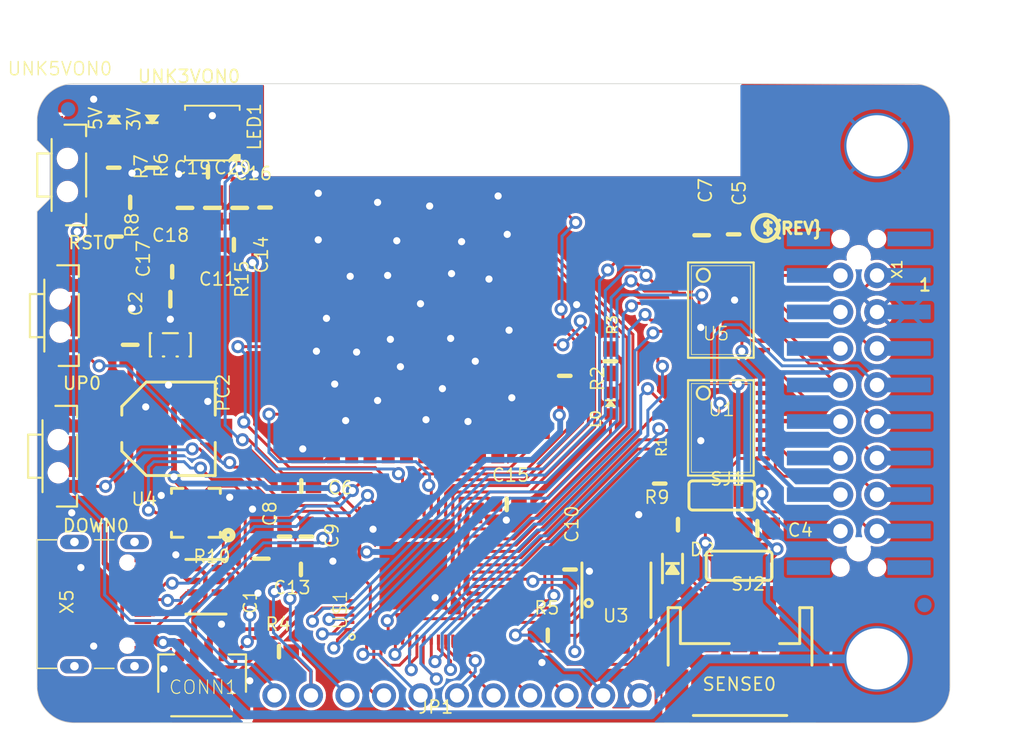
<source format=kicad_pcb>
(kicad_pcb (version 20221018) (generator pcbnew)
  (layers (0 "F.Cu" signal) (31 "B.Cu" signal) (34 "B.Paste" user) (35 "F.Paste" user) (36 "B.SilkS" user "B.Silkscreen") (37 "F.SilkS" user "F.Silkscreen") (38 "B.Mask" user) (39 "F.Mask" user) (44 "Edge.Cuts" user))
  (net 0 "")
  (net 1 "+5V")
  (net 2 "GND")
  (net 3 "SCK")
  (net 4 "D-")
  (net 5 "D+")
  (net 6 "MISO")
  (net 7 "MOSI")
  (net 8 "3.3V")
  (net 9 "A1")
  (net 10 "A0")
  (net 11 "SCL")
  (net 12 "SDA")
  (net 13 "~{RESET}")
  (net 14 "NEOPIX")
  (net 15 "FLASH_CS")
  (net 16 "FLASH_SCK")
  (net 17 "FLASH_IO0")
  (net 18 "FLASH_IO1")
  (net 19 "VDDCORE")
  (net 20 "SWCLK")
  (net 21 "SWDIO")
  (net 22 "FLASH_IO3")
  (net 23 "FLASH_IO2")
  (net 24 "ESP_CS")
  (net 25 "ESP_RESET")
  (net 26 "ESP_GPIO0")
  (net 27 "ESP_BUSY")
  (net 28 "ESP_RXD")
  (net 29 "ESP_TXD")
  (net 30 "ESP_RTS")
  (net 31 "CC1")
  (net 32 "CC2")
  (net 33 "N$2")
  (net 34 "OE_3V")
  (net 35 "CLK_3V")
  (net 36 "ADDRC_3V")
  (net 37 "ADDRA_3V")
  (net 38 "R1_3V")
  (net 39 "B1_3V")
  (net 40 "G1_3V")
  (net 41 "ADDRB_3V")
  (net 42 "ADDRE_3V")
  (net 43 "G2_3V")
  (net 44 "ADDRD_3V")
  (net 45 "LAT_3V")
  (net 46 "B2_3V")
  (net 47 "R2_3V")
  (net 48 "M1_R1")
  (net 49 "M1_B1")
  (net 50 "M1_R2")
  (net 51 "M1_B2")
  (net 52 "M1_A")
  (net 53 "M1_C")
  (net 54 "CLK")
  (net 55 "OE")
  (net 56 "LAT")
  (net 57 "M1_D")
  (net 58 "M1_B")
  (net 59 "M1_G2")
  (net 60 "M1_G1")
  (net 61 "M1_E")
  (net 62 "M1_E8")
  (net 63 "M1_E16")
  (net 64 "UP")
  (net 65 "DOWN")
  (net 66 "TXO")
  (net 67 "RXI")
  (net 68 "A2")
  (net 69 "A3")
  (net 70 "A4")
  (net 71 "VCC")
  (net 72 "A0_JST")
  (net 73 "INT")
  (net 74 "N$1")
  (net 75 "N$3")
  (net 76 "N$4")
  (net 77 "N$5")
  (footprint "working:0603-NO" (layer "F.Cu") (at 133.5786 122.2756 180)
    (fp_text reference "R4")
    (fp_text value "1K")
  )
  (footprint "working:JSTPH3" (layer "F.Cu") (at 165.6461 122.7201 180)
    (fp_text reference "SENSE0")
    (fp_text value "JST PH 3")
  )
  (footprint "working:0805-NO" (layer "F.Cu") (at 126.0221 97.7646 180)
    (fp_text reference "C3" hide)
    (fp_text value "10uF")
  )
  (footprint "working:CHIPLED_0603_NOOUTLINE" (layer "F.Cu") (at 156.6291 105.0036)
    (fp_text reference "L0")
    (fp_text value "RED")
  )
  (footprint "working:0603-NO" (layer "F.Cu") (at 161.3281 113.4491 180)
    (fp_text reference "R9")
    (fp_text value "1K")
  )
  (footprint "working:SOT23-DBV" (layer "F.Cu") (at 126.0221 100.9396)
    (fp_text reference "U2" hide)
    (fp_text value "AP2112K-3.3")
  )
  (footprint "working:SOD-323" (layer "F.Cu") (at 160.9471 116.4971 -90)
    (fp_text reference "D2")
    (fp_text value "3.6V")
  )
  (footprint "working:0603-NO" (layer "F.Cu") (at 128.6383 88.9)
    (fp_text reference "C16")
    (fp_text value ".1u")
  )
  (footprint "working:0603-NO" (layer "F.Cu") (at 165.2016 93.2561 -90)
    (fp_text reference "C5")
    (fp_text value "0.1uF")
  )
  (footprint "working:PCBFEAT-REV-040" (layer "F.Cu") (at 167.4241 92.8116)
    (fp_text reference "U$44" hide)
    (fp_text value "" hide)
  )
  (footprint "working:0805-NO" (layer "F.Cu") (at 162.9791 93.3196 -90)
    (fp_text reference "C7")
    (fp_text value "10uF")
  )
  (footprint "working:SPST_TACTILE_RA" (layer "F.Cu") (at 119.1641 89.1286 -90)
    (fp_text reference "RST0")
    (fp_text value "TL3330AF260QG" hide)
  )
  (footprint "working:SMT_NUT_3MM" (layer "F.Cu") (at 175.1711 87.0966)
    (fp_text reference "TP2" hide)
    (fp_text value "SEWTAP_SMTNUTM3" hide)
  )
  (footprint "working:LED3535" (layer "F.Cu") (at 128.9431 86.2076 180)
    (fp_text reference "LED1")
    (fp_text value "WS2812B3535")
  )
  (footprint "working:0603-NO" (layer "F.Cu") (at 130.4417 93.98 180)
    (fp_text reference "R15")
    (fp_text value "10K")
  )
  (footprint "working:0805-NO" (layer "F.Cu") (at 123.2281 100.9396 -90)
    (fp_text reference "C2")
    (fp_text value "10uF")
  )
  (footprint "working:0603-NO" (layer "F.Cu") (at 152.273 121.1453 180)
    (fp_text reference "R5")
    (fp_text value "10K")
  )
  (footprint "working:SOIC8_208MIL" (layer "F.Cu") (at 157.0482 118.0084)
    (fp_text reference "U3")
    (fp_text value "GD25Q16")
  )
  (footprint "working:JST_SH4" (layer "F.Cu") (at 128.1811 124.6886)
    (fp_text reference "CONN1")
    (fp_text value "STEMMA_I2C_QT" hide)
  )
  (footprint "working:0603-NO" (layer "F.Cu") (at 135.1289 110.757666)
    (fp_text reference "C6")
    (fp_text value ".1u")
  )
  (footprint "working:0805-NO" (layer "F.Cu") (at 166.8526 113.7031)
    (fp_text reference "C4")
    (fp_text value "10uF")
  )
  (footprint "working:0805-NO" (layer "F.Cu") (at 128.9431 91.4146 90)
    (fp_text reference "C19")
    (fp_text value "10uF")
  )
  (footprint "working:WROOM32" (layer "F.Cu") (at 143.0655 95.5294)
    (fp_text reference "X6" hide)
    (fp_text value "ESP32_WROOM32" hide)
  )
  (footprint "working:0603-NO" (layer "F.Cu") (at 122.2375 93.4085 90)
    (fp_text reference "C17")
    (fp_text value "0.1uF")
  )
  (footprint "working:0603-NO" (layer "F.Cu") (at 123.2281 91.0336)
    (fp_text reference "R8")
    (fp_text value "5.1K")
  )
  (footprint "working:CHIPLED_0805_NOOUTLINE" (layer "F.Cu") (at 124.7521 85.2551 180)
    (fp_text reference "UNK3VON0")
    (fp_text value "GREEN")
  )
  (footprint "working:0805-NO" (layer "F.Cu") (at 132.3467 115.81491 -90)
    (fp_text reference "C1")
    (fp_text value "10uF")
  )
  (footprint "working:SOLDERJUMPER_2WAY_OPEN_NOPASTE" (layer "F.Cu") (at 165.5826 116.3066 180)
    (fp_text reference "SJ2")
    (fp_text value "")
  )
  (footprint "working:FIDUCIAL_1MM" (layer "F.Cu") (at 167.9321 84.8106)
    (fp_text reference "FID2" hide)
    (fp_text value "FIDUCIAL_1MM" hide)
  )
  (footprint "working:0603-NO" (layer "F.Cu") (at 149.417306 112.0394 180)
    (fp_text reference "C15")
    (fp_text value ".1u")
  )
  (footprint "working:1X11_ROUND" (layer "F.Cu") (at 145.9611 125.3236 180)
    (fp_text reference "JP1")
    (fp_text value "")
  )
  (footprint "working:MATRIXPORTAL_TOP" (layer "F.Cu") (at 116.7511 127.2286)
    (fp_text reference "U$45" hide)
    (fp_text value "" hide)
  )
  (footprint "working:PQFN64-1" (layer "F.Cu") (at 142.920387 116.994204 90)
    (fp_text reference "U$1")
    (fp_text value "ATSAMD51J19")
  )
  (footprint "working:RESPACK_4X0603" (layer "F.Cu") (at 128.4986 117.7671 -90)
    (fp_text reference "R10")
    (fp_text value "5.1K")
  )
  (footprint "working:0603-NO" (layer "F.Cu") (at 160.0581 110.5916 90)
    (fp_text reference "R1")
    (fp_text value "10K")
  )
  (footprint "working:SPST_TACTILE_RA" (layer "F.Cu") (at 118.6561 98.9076 -90)
    (fp_text reference "UP0")
    (fp_text value "TL3330AF260QG" hide)
  )
  (footprint "working:0603-NO" (layer "F.Cu") (at 153.4541 103.0986 90)
    (fp_text reference "R2")
    (fp_text value "10K")
  )
  (footprint "working:PANASONIC_D" (layer "F.Cu") (at 125.8951 106.7816 180)
    (fp_text reference "PC2")
    (fp_text value "47uF+/6.3V+")
  )
  (footprint "working:0603-NO" (layer "F.Cu") (at 126.1491 95.8596 180)
    (fp_text reference "C11")
    (fp_text value ".1u")
  )
  (footprint "working:SOLDERJUMPER_2WAY_OPEN_NOPASTE" (layer "F.Cu") (at 164.3761 111.4171)
    (fp_text reference "SJ1")
    (fp_text value "")
  )
  (footprint "working:0603-NO" (layer "F.Cu") (at 135.4836 114.2746 90)
    (fp_text reference "C9")
    (fp_text value "1uF")
  )
  (footprint "working:0603-NO" (layer "F.Cu") (at 124.7521 88.6206 -90)
    (fp_text reference "R6")
    (fp_text value "10K")
  )
  (footprint "working:0805-NO" (layer "F.Cu") (at 127.0381 91.4146 90)
    (fp_text reference "C18")
    (fp_text value "10uF")
  )
  (footprint "working:0603-NO" (layer "F.Cu") (at 156.6291 102.0826 90)
    (fp_text reference "R3")
    (fp_text value "5.1K")
  )
  (footprint "working:0603-NO" (layer "F.Cu") (at 135.1026 116.5606 180)
    (fp_text reference "C13")
    (fp_text value "0.1uF")
  )
  (footprint "working:SMT_NUT_3MM" (layer "F.Cu") (at 175.1711 122.7836)
    (fp_text reference "TP1" hide)
    (fp_text value "SEWTAP_SMTNUTM3" hide)
  )
  (footprint "working:0603-NO" (layer "F.Cu") (at 133.9596 114.2746 -90)
    (fp_text reference "C8")
    (fp_text value ".1u")
  )
  (footprint "working:0603-NO" (layer "F.Cu") (at 153.821493 116.568788 90)
    (fp_text reference "C10")
    (fp_text value ".1u")
  )
  (footprint "working:0603-NO" (layer "F.Cu") (at 122.0851 88.6206 90)
    (fp_text reference "R7")
    (fp_text value "10K")
  )
  (footprint "working:TSSOP20" (layer "F.Cu") (at 164.3126 98.5266 -90)
    (fp_text reference "U5")
    (fp_text value "74AHCT245")
  )
  (footprint "working:0805-NO" (layer "F.Cu") (at 130.8481 91.4146 90)
    (fp_text reference "C20")
    (fp_text value "10uF")
  )
  (footprint "working:USB_C_CUSB31-CFM2AX-01-X" (layer "F.Cu") (at 120.5611 118.9736 -90)
    (fp_text reference "X5")
    (fp_text value "USB TYPE C")
  )
  (footprint "working:LGA16_3X3MM" (layer "F.Cu") (at 127.8001 112.6236 180)
    (fp_text reference "U4")
    (fp_text value "LIS3DHTR")
  )
  (footprint "working:2X08_SMTTHM_RGBMATRIX" (layer "F.Cu") (at 173.9011 105.0036 -90)
    (fp_text reference "X1")
    (fp_text value "RGBMATRIX_THMSMT")
  )
  (footprint "working:FIDUCIAL_1MM" (layer "F.Cu") (at 118.6561 125.5776)
    (fp_text reference "FID1" hide)
    (fp_text value "FIDUCIAL_1MM" hide)
  )
  (footprint "working:SPST_TACTILE_RA" (layer "F.Cu") (at 118.5291 108.6866 -90)
    (fp_text reference "DOWN0")
    (fp_text value "TL3330AF260QG" hide)
  )
  (footprint "working:CHIPLED_0805_NOOUTLINE" (layer "F.Cu") (at 122.1105 85.2805)
    (fp_text reference "UNK5VON0")
    (fp_text value "GREEN")
  )
  (footprint "working:TSSOP20" (layer "F.Cu") (at 164.3126 106.7181 -90)
    (fp_text reference "U1")
    (fp_text value "74AHCT245")
  )
  (footprint "working:0603-NO" (layer "F.Cu") (at 132.609731 91.391004 -90)
    (fp_text reference "C14")
    (fp_text value ".1u")
  )
  (footprint "working:MATRIXPORTAL_BOT" (layer "B.Cu") (at 180.2511 127.2286 180)
    (fp_text reference "U$41" hide)
    (fp_text value "" hide)
  )
  (footprint "working:FIDUCIAL_1MM" (layer "B.Cu") (at 178.4731 119.0371 180)
    (fp_text reference "FID3" hide)
    (fp_text value "FIDUCIAL_1MM" hide)
  )
  (footprint "working:FIDUCIAL_1MM" (layer "B.Cu") (at 118.9101 84.5566 180)
    (fp_text reference "FID4" hide)
    (fp_text value "FIDUCIAL_1MM" hide)
  )
  (gr_line (start 116.7511 91.6686) (end 117.6401 90.7796) (stroke (width 0.05)) (layer "Edge.Cuts"))
  (gr_arc (start 116.7511 85.3186) (mid 117.495049 83.522549) (end 119.2911 82.7786) (stroke (width 0.05)) (layer "Edge.Cuts"))
  (gr_line (start 119.2911 82.7786) (end 177.7111 82.7786) (stroke (width 0.05)) (layer "Edge.Cuts"))
  (gr_arc (start 119.2911 127.2286) (mid 117.495049 126.484651) (end 116.7511 124.6886) (stroke (width 0.05)) (layer "Edge.Cuts"))
  (gr_line (start 180.2511 85.3186) (end 180.2511 124.6886) (stroke (width 0.05)) (layer "Edge.Cuts"))
  (gr_line (start 117.6401 90.7796) (end 117.6401 87.6046) (stroke (width 0.05)) (layer "Edge.Cuts"))
  (gr_line (start 116.7511 86.7156) (end 116.7511 85.3186) (stroke (width 0.05)) (layer "Edge.Cuts"))
  (gr_line (start 177.7111 127.2286) (end 119.2911 127.2286) (stroke (width 0.05)) (layer "Edge.Cuts"))
  (gr_line (start 116.7511 124.6886) (end 116.7511 91.6686) (stroke (width 0.05)) (layer "Edge.Cuts"))
  (gr_arc (start 177.7111 82.7786) (mid 179.507151 83.522549) (end 180.2511 85.3186) (stroke (width 0.05)) (layer "Edge.Cuts"))
  (gr_arc (start 180.2511 124.6886) (mid 179.507151 126.484651) (end 177.7111 127.2286) (stroke (width 0.05)) (layer "Edge.Cuts"))
  (gr_line (start 117.6401 87.6046) (end 116.7511 86.7156) (stroke (width 0.05)) (layer "Edge.Cuts"))
  (gr_text "5V" (at 120.8151 85.1916 90) (layer "F.SilkS") (effects (font (size 0.89408 0.89408) (thickness 0.12192))))
  (gr_text "3V" (at 123.4821 85.2551 90) (layer "F.SilkS") (effects (font (size 0.89408 0.89408) (thickness 0.12192))))
  (gr_text "1" (at 177.9975 97.2842) (layer "F.SilkS") (effects (font (size 0.8636 0.8636) (thickness 0.1524)) (justify left bottom)))
  (segment (start 164.0586 95.4516) (end 164.0586 103.3256) (width 0.2032) (layer "F.Cu") (net 1))
  (segment (start 121.8311 97.8916) (end 121.8311 101.0666) (width 0.2032) (layer "F.Cu") (net 1))
  (segment (start 122.6693 120.7008) (end 122.6693 117.443838) (width 0.254) (layer "F.Cu") (net 1))
  (segment (start 124.927181 121.3736) (end 125.186181 121.6326) (width 0.6096) (layer "F.Cu") (net 1))
  (segment (start 123.2281 90.2716) (end 122.4271 89.4706) (width 0.2032) (layer "F.Cu") (net 1))
  (segment (start 164.3761 103.6431) (end 165.5461 103.6431) (width 0.2032) (layer "F.Cu") (net 1))
  (segment (start 123.2411 106.7816) (end 123.2411 101.9026) (width 0.4064) (layer "F.Cu") (net 1))
  (segment (start 124.9606 102.1281) (end 125.0721 102.2396) (width 0.4064) (layer "F.Cu") (net 1))
  (segment (start 123.2281 90.2716) (end 123.2281 96.4946) (width 0.2032) (layer "F.Cu") (net 1))
  (segment (start 168.21785 115.32235) (end 167.2336 116.3066) (width 0.4064) (layer "F.Cu") (net 1))
  (segment (start 122.6693 117.3484) (end 121.4501 116.1292) (width 0.4064) (layer "F.Cu") (net 1))
  (segment (start 124.7221 101.8896) (end 124.9606 102.1281) (width 0.4064) (layer "F.Cu") (net 1))
  (segment (start 121.8311 101.0666) (end 122.6541 101.8896) (width 0.2032) (layer "F.Cu") (net 1))
  (segment (start 126.9721 102.2396) (end 126.9721 101.2546) (width 0.4064) (layer "F.Cu") (net 1))
  (segment (start 124.9606 101.3661) (end 124.9606 102.1281) (width 0.4064) (layer "F.Cu") (net 1))
  (segment (start 126.7841 101.0666) (end 125.2601 101.0666) (width 0.4064) (layer "F.Cu") (net 1))
  (segment (start 165.2016 94.1061) (end 165.1381 94.1696) (width 0.2032) (layer "F.Cu") (net 1))
  (segment (start 165.1381 94.1696) (end 165.1381 95.4516) (width 0.2032) (layer "F.Cu") (net 1))
  (segment (start 125.186181 121.6326) (end 125.5061 121.6326) (width 0.6096) (layer "F.Cu") (net 1))
  (segment (start 123.2411 106.7816) (end 123.2411 111.7216) (width 0.4064) (layer "F.Cu") (net 1))
  (segment (start 124.1061 121.3736) (end 124.927181 121.3736) (width 0.6096) (layer "F.Cu") (net 1))
  (segment (start 122.0851 89.4706) (end 122.4271 89.4706) (width 0.2032) (layer "F.Cu") (net 1))
  (segment (start 123.2411 101.9026) (end 123.2281 101.8896) (width 0.4064) (layer "F.Cu") (net 1))
  (segment (start 165.1381 95.4516) (end 167.2304 95.4516) (width 0.2032) (layer "F.Cu") (net 1))
  (segment (start 125.5061 121.6326) (end 125.5141 121.6406) (width 0.6096) (layer "F.Cu") (net 1))
  (segment (start 164.0586 103.3256) (end 164.3761 103.6431) (width 0.2032) (layer "F.Cu") (net 1))
  (segment (start 165.0381 94.2696) (end 162.9791 94.2696) (width 0.2032) (layer "F.Cu") (net 1))
  (segment (start 122.764737 117.3484) (end 122.6693 117.3484) (width 0.254) (layer "F.Cu") (net 1))
  (segment (start 123.1261 121.1576) (end 122.6693 120.7008) (width 0.254) (layer "F.Cu") (net 1))
  (segment (start 165.5191 103.6701) (end 165.5461 103.6431) (width 0.2032) (layer "F.Cu") (net 1))
  (segment (start 123.323537 121.1576) (end 123.1261 121.1576) (width 0.254) (layer "F.Cu") (net 1))
  (segment (start 165.2016 94.1061) (end 165.0381 94.2696) (width 0.2032) (layer "F.Cu") (net 1))
  (segment (start 168.21785 115.32235) (end 168.21785 115.13185) (width 0.4064) (layer "F.Cu") (net 1))
  (segment (start 123.539537 121.3736) (end 123.323537 121.1576) (width 0.254) (layer "F.Cu") (net 1))
  (segment (start 165.5461 103.6431) (end 167.2304 103.6431) (width 0.2032) (layer "F.Cu") (net 1))
  (segment (start 164.0586 95.4516) (end 165.1381 95.4516) (width 0.2032) (layer "F.Cu") (net 1))
  (segment (start 124.1061 116.5736) (end 123.539537 116.5736) (width 0.254) (layer "F.Cu") (net 1))
  (segment (start 166.9796 116.3066) (end 167.2336 116.3066) (width 0.4064) (layer "F.Cu") (net 1))
  (segment (start 164.3761 103.6431) (end 161.3948 103.6431) (width 0.2032) (layer "F.Cu") (net 1))
  (segment (start 123.2281 96.4946) (end 121.8311 97.8916) (width 0.2032) (layer "F.Cu") (net 1))
  (segment (start 123.2411 111.7216) (end 121.4501 113.5126) (width 0.4064) (layer "F.Cu") (net 1))
  (segment (start 123.2281 101.8896) (end 124.7221 101.8896) (width 0.4064) (layer "F.Cu") (net 1))
  (segment (start 122.764737 117.3484) (end 122.6693 117.443838) (width 0.254) (layer "F.Cu") (net 1))
  (segment (start 122.6541 101.8896) (end 123.2281 101.8896) (width 0.2032) (layer "F.Cu") (net 1))
  (segment (start 124.1061 121.3736) (end 123.539537 121.3736) (width 0.254) (layer "F.Cu") (net 1))
  (segment (start 121.4501 113.5126) (end 121.4501 116.1292) (width 0.4064) (layer "F.Cu") (net 1))
  (segment (start 126.9721 101.2546) (end 126.7841 101.0666) (width 0.4064) (layer "F.Cu") (net 1))
  (segment (start 125.2601 101.0666) (end 124.9606 101.3661) (width 0.4064) (layer "F.Cu") (net 1))
  (segment (start 123.539537 116.5736) (end 122.764737 117.3484) (width 0.254) (layer "F.Cu") (net 1))
  (segment (start 161.3948 95.4516) (end 164.0586 95.4516) (width 0.2032) (layer "F.Cu") (net 1))
  (via (at 125.5141 121.6406) (size 0.9064) (drill 0.5) (layers "F.Cu" "B.Cu") (net 1))
  (via (at 168.21785 115.13185) (size 0.9064) (drill 0.5) (layers "F.Cu" "B.Cu") (net 1))
  (via (at 165.5191 103.6701) (size 0.9064) (drill 0.5) (layers "F.Cu" "B.Cu") (net 1))
  (segment (start 168.02735 115.13185) (end 165.5191 112.6236) (width 0.3048) (layer "B.Cu") (net 1))
  (segment (start 131.3053 126.6698) (end 126.2761 121.6406) (width 0.6096) (layer "B.Cu") (net 1))
  (segment (start 167.58285 115.76685) (end 167.58285 118.75135) (width 0.3048) (layer "B.Cu") (net 1))
  (segment (start 171.6151 122.7836) (end 167.58285 118.75135) (width 0.3048) (layer "B.Cu") (net 1))
  (segment (start 125.5141 121.6406) (end 126.2761 121.6406) (width 0.6096) (layer "B.Cu") (net 1))
  (segment (start 131.3053 126.6698) (end 159.4739 126.6698) (width 0.6096) (layer "B.Cu") (net 1))
  (segment (start 168.21785 115.13185) (end 167.58285 115.76685) (width 0.3048) (layer "B.Cu") (net 1))
  (segment (start 168.21785 115.13185) (end 168.02735 115.13185) (width 0.3048) (layer "B.Cu") (net 1))
  (segment (start 165.5191 103.6701) (end 165.5191 112.6236) (width 0.3048) (layer "B.Cu") (net 1))
  (segment (start 163.3601 122.7836) (end 159.4739 126.6698) (width 0.6096) (layer "B.Cu") (net 1))
  (segment (start 175.1711 122.7836) (end 171.6151 122.7836) (width 0.3048) (layer "B.Cu") (net 1))
  (segment (start 163.3601 122.7836) (end 175.1711 122.7836) (width 0.6096) (layer "B.Cu") (net 1))
  (segment (start 142.920387 118.013813) (end 142.920387 116.994204) (width 0.3048) (layer "F.Cu") (net 2))
  (segment (start 146.900234 118.244204) (end 146.604865 117.948835) (width 0.3048) (layer "F.Cu") (net 2))
  (segment (start 142.170387 118.763813) (end 142.920387 118.013813) (width 0.3048) (layer "F.Cu") (net 2))
  (segment (start 134.2526 116.5606) (end 132.3467 116.5606) (width 0.3048) (layer "F.Cu") (net 2))
  (segment (start 147.370387 118.244204) (end 146.900234 118.244204) (width 0.3048) (layer "F.Cu") (net 2))
  (segment (start 142.170387 121.444204) (end 142.170387 118.763813) (width 0.3048) (layer "F.Cu") (net 2))
  (segment (start 126.6811 123.3311) (end 126.6811 122.1746) (width 0.4064) (layer "F.Cu") (net 2))
  (segment (start 146.670387 113.052204) (end 146.670387 112.544204) (width 0.3048) (layer "F.Cu") (net 2))
  (segment (start 146.604865 117.948835) (end 146.604865 113.117725) (width 0.3048) (layer "F.Cu") (net 2))
  (segment (start 124.1061 122.1736) (end 124.4596 122.1736) (width 0.4064) (layer "F.Cu") (net 2))
  (segment (start 124.4596 122.1736) (end 125.7681 123.4821) (width 0.4064) (layer "F.Cu") (net 2))
  (segment (start 132.3467 116.5606) (end 132.3467 116.76491) (width 0.3048) (layer "F.Cu") (net 2))
  (segment (start 125.7681 123.4821) (end 126.5301 123.4821) (width 0.4064) (layer "F.Cu") (net 2))
  (segment (start 142.920387 116.994204) (end 144.4371 116.994204) (width 0.3048) (layer "F.Cu") (net 2))
  (segment (start 144.4371 116.994204) (end 144.4371 118.5291) (width 0.3048) (layer "F.Cu") (net 2))
  (segment (start 126.5301 123.4821) (end 126.6811 123.3311) (width 0.4064) (layer "F.Cu") (net 2))
  (segment (start 146.670387 113.052204) (end 146.604865 113.117725) (width 0.3048) (layer "F.Cu") (net 2))
  (via (at 123.3551 89.0016) (size 0.9064) (drill 0.5) (layers "F.Cu" "B.Cu") (net 2))
  (via (at 138.2141 106.2101) (size 0.9064) (drill 0.5) (layers "F.Cu" "B.Cu") (net 2))
  (via (at 126.0221 99.1616) (size 0.9064) (drill 0.5) (layers "F.Cu" "B.Cu") (net 2))
  (via (at 144.4371 118.5291) (size 0.9064) (drill 0.5) (layers "F.Cu" "B.Cu") (net 2))
  (via (at 129.5781 120.3706) (size 0.9064) (drill 0.5) (layers "F.Cu" "B.Cu") (net 2))
  (via (at 126.4031 115.5446) (size 0.9064) (drill 0.5) (layers "F.Cu" "B.Cu") (net 2))
  (via (at 138.9761 101.4476) (size 0.9064) (drill 0.5) (layers "F.Cu" "B.Cu") (net 2))
  (via (at 158.5976 112.7506) (size 0.9064) (drill 0.5) (layers "F.Cu" "B.Cu") (net 2))
  (via (at 123.3551 98.3996) (size 0.9064) (drill 0.5) (layers "F.Cu" "B.Cu") (net 2))
  (via (at 119.7991 116.4336) (size 0.9064) (drill 0.5) (layers "F.Cu" "B.Cu") (net 2))
  (via (at 140.1191 113.7666) (size 0.9064) (drill 0.5) (layers "F.Cu" "B.Cu") (net 2))
  (via (at 148.8186 90.5891) (size 0.9064) (drill 0.5) (layers "F.Cu" "B.Cu") (net 2))
  (via (at 142.0241 102.4636) (size 0.9064) (drill 0.5) (layers "F.Cu" "B.Cu") (net 2))
  (via (at 120.6881 83.8581) (size 0.9064) (drill 0.5) (layers "F.Cu" "B.Cu") (net 2))
  (via (at 140.4366 104.8131) (size 0.9064) (drill 0.5) (layers "F.Cu" "B.Cu") (net 2))
  (via (at 136.8806 99.0981) (size 0.9064) (drill 0.5) (layers "F.Cu" "B.Cu") (net 2))
  (via (at 125.8951 103.7336) (size 0.9064) (drill 0.5) (layers "F.Cu" "B.Cu") (net 2))
  (via (at 162.9156 99.7331) (size 0.9064) (drill 0.5) (layers "F.Cu" "B.Cu") (net 2))
  (via (at 149.7711 104.6226) (size 0.9064) (drill 0.5) (layers "F.Cu" "B.Cu") (net 2))
  (via (at 165.2651 97.8281) (size 0.9064) (drill 0.5) (layers "F.Cu" "B.Cu") (net 2))
  (via (at 132.1181 118.2116) (size 0.9064) (drill 0.5) (layers "F.Cu" "B.Cu") (net 2))
  (via (at 126.5936 89.0651) (size 0.9064) (drill 0.5) (layers "F.Cu" "B.Cu") (net 2))
  (via (at 140.4366 91.0336) (size 0.9064) (drill 0.5) (layers "F.Cu" "B.Cu") (net 2))
  (via (at 146.2786 93.7641) (size 0.9064) (drill 0.5) (layers "F.Cu" "B.Cu") (net 2))
  (via (at 145.5801 95.9866) (size 0.9064) (drill 0.5) (layers "F.Cu" "B.Cu") (net 2))
  (via (at 125.3871 111.4171) (size 0.9064) (drill 0.5) (layers "F.Cu" "B.Cu") (net 2))
  (via (at 120.6881 121.8946) (size 0.9064) (drill 0.5) (layers "F.Cu" "B.Cu") (net 2))
  (via (at 155.1686 116.6876) (size 0.9064) (drill 0.5) (layers "F.Cu" "B.Cu") (net 2))
  (via (at 144.9451 103.9876) (size 0.9064) (drill 0.5) (layers "F.Cu" "B.Cu") (net 2))
  (via (at 125.5776 123.4821) (size 0.9064) (drill 0.5) (layers "F.Cu" "B.Cu") (net 2))
  (via (at 137.3251 115.9891) (size 0.9064) (drill 0.5) (layers "F.Cu" "B.Cu") (net 2))
  (via (at 128.6256 104.8766) (size 0.9064) (drill 0.5) (layers "F.Cu" "B.Cu") (net 2))
  (via (at 149.3901 113.1316) (size 0.9064) (drill 0.5) (layers "F.Cu" "B.Cu") (net 2))
  (via (at 145.5166 100.4951) (size 0.9064) (drill 0.5) (layers "F.Cu" "B.Cu") (net 2))
  (via (at 148.1836 96.3676) (size 0.9064) (drill 0.5) (layers "F.Cu" "B.Cu") (net 2))
  (via (at 151.8666 123.0376) (size 0.9064) (drill 0.5) (layers "F.Cu" "B.Cu") (net 2))
  (via (at 149.4536 93.2561) (size 0.9064) (drill 0.5) (layers "F.Cu" "B.Cu") (net 2))
  (via (at 136.3091 90.3986) (size 0.9064) (drill 0.5) (layers "F.Cu" "B.Cu") (net 2))
  (via (at 137.4521 103.6701) (size 0.9064) (drill 0.5) (layers "F.Cu" "B.Cu") (net 2))
  (via (at 144.0561 91.2876) (size 0.9064) (drill 0.5) (layers "F.Cu" "B.Cu") (net 2))
  (via (at 141.3256 100.5586) (size 0.9064) (drill 0.5) (layers "F.Cu" "B.Cu") (net 2))
  (via (at 135.2296 108.1786) (size 0.9064) (drill 0.5) (layers "F.Cu" "B.Cu") (net 2))
  (via (at 119.1641 112.6236) (size 0.9064) (drill 0.5) (layers "F.Cu" "B.Cu") (net 2))
  (via (at 131.7371 112.3696) (size 0.9064) (drill 0.5) (layers "F.Cu" "B.Cu") (net 2))
  (via (at 130.1496 111.5441) (size 0.9064) (drill 0.5) (layers "F.Cu" "B.Cu") (net 2))
  (via (at 146.7231 106.2736) (size 0.9064) (drill 0.5) (layers "F.Cu" "B.Cu") (net 2))
  (via (at 143.4211 98.0821) (size 0.9064) (drill 0.5) (layers "F.Cu" "B.Cu") (net 2))
  (via (at 141.7701 93.7006) (size 0.9064) (drill 0.5) (layers "F.Cu" "B.Cu") (net 2))
  (via (at 143.8021 106.1466) (size 0.9064) (drill 0.5) (layers "F.Cu" "B.Cu") (net 2))
  (via (at 136.1821 101.3841) (size 0.9064) (drill 0.5) (layers "F.Cu" "B.Cu") (net 2))
  (via (at 154.2796 98.1456) (size 0.9064) (drill 0.5) (layers "F.Cu" "B.Cu") (net 2))
  (via (at 149.5806 99.9236) (size 0.9064) (drill 0.5) (layers "F.Cu" "B.Cu") (net 2))
  (via (at 162.9156 107.6071) (size 0.9064) (drill 0.5) (layers "F.Cu" "B.Cu") (net 2))
  (via (at 128.9431 85.0011) (size 0.9064) (drill 0.5) (layers "F.Cu" "B.Cu") (net 2))
  (via (at 136.3091 93.6371) (size 0.9064) (drill 0.5) (layers "F.Cu" "B.Cu") (net 2))
  (via (at 141.1351 96.1136) (size 0.9064) (drill 0.5) (layers "F.Cu" "B.Cu") (net 2))
  (via (at 147.2311 102.0826) (size 0.9064) (drill 0.5) (layers "F.Cu" "B.Cu") (net 2))
  (via (at 131.5466 124.3076) (size 0.9064) (drill 0.5) (layers "F.Cu" "B.Cu") (net 2))
  (via (at 124.3076 105.2576) (size 0.9064) (drill 0.5) (layers "F.Cu" "B.Cu") (net 2))
  (via (at 138.5316 96.1771) (size 0.9064) (drill 0.5) (layers "F.Cu" "B.Cu") (net 2))
  (via (at 131.9276 89.0651) (size 0.9064) (drill 0.5) (layers "F.Cu" "B.Cu") (net 2))
  (segment (start 155.5369 100.4149) (end 154.5376 99.4156) (width 0.2032) (layer "F.Cu") (net 3))
  (segment (start 151.6655 100.6894) (end 151.9157 100.9396) (width 0.2032) (layer "F.Cu") (net 3))
  (segment (start 153.3271 100.9396) (end 151.9157 100.9396) (width 0.2032) (layer "F.Cu") (net 3))
  (segment (start 151.034875 111.1758) (end 155.5369 106.673775) (width 0.2032) (layer "F.Cu") (net 3))
  (segment (start 145.8976 111.1758) (end 151.034875 111.1758) (width 0.2032) (layer "F.Cu") (net 3))
  (segment (start 145.670387 111.403013) (end 145.8976 111.1758) (width 0.2032) (layer "F.Cu") (net 3))
  (segment (start 154.5376 99.2886) (end 154.5376 99.4156) (width 0.2032) (layer "F.Cu") (net 3))
  (segment (start 155.5369 100.4149) (end 155.5369 106.673775) (width 0.2032) (layer "F.Cu") (net 3))
  (segment (start 145.670387 112.544204) (end 145.670387 111.403013) (width 0.2032) (layer "F.Cu") (net 3))
  (via (at 154.5376 99.2886) (size 0.9064) (drill 0.5) (layers "F.Cu" "B.Cu") (net 3))
  (via (at 153.3271 100.9396) (size 0.9064) (drill 0.5) (layers "F.Cu" "B.Cu") (net 3))
  (segment (start 154.5376 99.2886) (end 154.5376 99.7291) (width 0.2032) (layer "B.Cu") (net 3))
  (segment (start 154.5376 99.7291) (end 153.3271 100.9396) (width 0.2032) (layer "B.Cu") (net 3))
  (segment (start 140.670384 111.1472) (end 140.155684 110.632497) (width 0.2032) (layer "F.Cu") (net 4))
  (segment (start 139.125706 110.632494) (end 139.901681 110.632494) (width 0.2032) (layer "F.Cu") (net 4))
  (segment (start 124.1061 119.2236) (end 123.2241 119.2236) (width 0.2032) (layer "F.Cu") (net 4))
  (segment (start 123.2281 118.2116) (end 124.0941 118.2116) (width 0.2032) (layer "F.Cu") (net 4))
  (segment (start 125.71015 117.5171) (end 126.1491 117.5171) (width 0.2032) (layer "F.Cu") (net 4))
  (segment (start 138.681206 111.076994) (end 139.125706 110.632494) (width 0.2032) (layer "F.Cu") (net 4))
  (segment (start 123.1011 119.1006) (end 123.1011 118.3386) (width 0.2032) (layer "F.Cu") (net 4))
  (segment (start 139.901684 110.632497) (end 140.155684 110.632497) (width 0.2032) (layer "F.Cu") (net 4))
  (segment (start 139.901681 110.632494) (end 139.901684 110.632497) (width 0.2032) (layer "F.Cu") (net 4))
  (segment (start 123.1011 118.3386) (end 123.2281 118.2116) (width 0.2032) (layer "F.Cu") (net 4))
  (segment (start 124.0941 118.2116) (end 124.1061 118.2236) (width 0.2032) (layer "F.Cu") (net 4))
  (segment (start 124.1061 118.2236) (end 125.00365 118.2236) (width 0.2032) (layer "F.Cu") (net 4))
  (segment (start 140.670384 111.1472) (end 140.670384 112.544204) (width 0.2032) (layer "F.Cu") (net 4))
  (segment (start 125.71015 117.5171) (end 125.00365 118.2236) (width 0.2032) (layer "F.Cu") (net 4))
  (segment (start 123.2241 119.2236) (end 123.1011 119.1006) (width 0.2032) (layer "F.Cu") (net 4))
  (segment (start 140.670387 112.544204) (end 140.670384 112.544204) (width 0.2032) (layer "F.Cu") (net 4))
  (via (at 126.1491 117.5171) (size 0.9064) (drill 0.5) (layers "F.Cu" "B.Cu") (net 4))
  (via (at 138.681206 111.076994) (size 0.9064) (drill 0.5) (layers "F.Cu" "B.Cu") (net 4))
  (segment (start 138.776456 111.172244) (end 137.792206 112.156494) (width 0.2032) (layer "B.Cu") (net 4))
  (segment (start 135.450231 112.156494) (end 134.437025 113.1697) (width 0.2032) (layer "B.Cu") (net 4))
  (segment (start 137.792206 112.156494) (end 135.450231 112.156494) (width 0.2032) (layer "B.Cu") (net 4))
  (segment (start 138.681206 111.076994) (end 138.776456 111.172244) (width 0.2032) (layer "B.Cu") (net 4))
  (segment (start 127.2921 117.5171) (end 126.1491 117.5171) (width 0.2032) (layer "B.Cu") (net 4))
  (segment (start 134.437025 113.1697) (end 131.6395 113.1697) (width 0.2032) (layer "B.Cu") (net 4))
  (segment (start 131.6395 113.1697) (end 127.2921 117.5171) (width 0.2032) (layer "B.Cu") (net 4))
  (segment (start 125.0061 118.7236) (end 124.1061 118.7236) (width 0.2032) (layer "F.Cu") (net 5))
  (segment (start 125.0061 118.6601) (end 125.0061 118.7236) (width 0.2032) (layer "F.Cu") (net 5))
  (segment (start 139.7381 111.4806) (end 139.7381 111.4171) (width 0.2032) (layer "F.Cu") (net 5))
  (segment (start 125.0061 119.6086) (end 124.8911 119.7236) (width 0.2032) (layer "F.Cu") (net 5))
  (segment (start 125.8316 118.6601) (end 125.0061 118.6601) (width 0.2032) (layer "F.Cu") (net 5))
  (segment (start 125.8316 118.7196) (end 125.8316 118.6601) (width 0.2032) (layer "F.Cu") (net 5))
  (segment (start 140.170387 112.544204) (end 140.170387 111.912888) (width 0.2032) (layer "F.Cu") (net 5))
  (segment (start 124.8911 119.7236) (end 124.1061 119.7236) (width 0.2032) (layer "F.Cu") (net 5))
  (segment (start 125.0061 118.7236) (end 125.0061 119.6086) (width 0.2032) (layer "F.Cu") (net 5))
  (segment (start 140.170387 111.912888) (end 139.7381 111.4806) (width 0.2032) (layer "F.Cu") (net 5))
  (via (at 125.8316 118.7196) (size 0.9064) (drill 0.5) (layers "F.Cu" "B.Cu") (net 5))
  (via (at 139.7381 111.4171) (size 0.9064) (drill 0.5) (layers "F.Cu" "B.Cu") (net 5))
  (segment (start 139.7381 111.4171) (end 138.5316 112.6236) (width 0.2032) (layer "B.Cu") (net 5))
  (segment (start 134.7851 113.5761) (end 131.8641 113.5761) (width 0.2032) (layer "B.Cu") (net 5))
  (segment (start 125.8316 118.7196) (end 126.7206 118.7196) (width 0.2032) (layer "B.Cu") (net 5))
  (segment (start 131.8641 113.5761) (end 126.7206 118.7196) (width 0.2032) (layer "B.Cu") (net 5))
  (segment (start 135.7376 112.6236) (end 134.7851 113.5761) (width 0.2032) (layer "B.Cu") (net 5))
  (segment (start 138.5316 112.6236) (end 135.7376 112.6236) (width 0.2032) (layer "B.Cu") (net 5))
  (segment (start 150.844375 110.7313) (end 145.7071 110.7313) (width 0.2032) (layer "F.Cu") (net 6))
  (segment (start 145.170387 111.268013) (end 145.170387 112.544204) (width 0.2032) (layer "F.Cu") (net 6))
  (segment (start 155.0924 106.483275) (end 155.0924 100.987163) (width 0.2032) (layer "F.Cu") (net 6))
  (segment (start 155.0924 106.483275) (end 150.844375 110.7313) (width 0.2032) (layer "F.Cu") (net 6))
  (segment (start 154.2161 92.4306) (end 153.5849 91.7994) (width 0.2032) (layer "F.Cu") (net 6))
  (segment (start 153.3271 98.5901) (end 153.3271 99.221863) (width 0.2032) (layer "F.Cu") (net 6))
  (segment (start 153.3271 98.5901) (end 153.2001 98.4631) (width 0.2032) (layer "F.Cu") (net 6))
  (segment (start 153.5849 91.7994) (end 151.6655 91.7994) (width 0.2032) (layer "F.Cu") (net 6))
  (segment (start 145.7071 110.7313) (end 145.170387 111.268013) (width 0.2032) (layer "F.Cu") (net 6))
  (segment (start 155.0924 100.987163) (end 153.3271 99.221863) (width 0.2032) (layer "F.Cu") (net 6))
  (via (at 154.2161 92.4306) (size 0.9064) (drill 0.5) (layers "F.Cu" "B.Cu") (net 6))
  (via (at 153.2001 98.4631) (size 0.9064) (drill 0.5) (layers "F.Cu" "B.Cu") (net 6))
  (segment (start 153.2636 93.3831) (end 153.2636 98.5266) (width 0.2032) (layer "B.Cu") (net 6))
  (segment (start 153.2636 98.5266) (end 153.2001 98.4631) (width 0.2032) (layer "B.Cu") (net 6))
  (segment (start 153.2636 93.3831) (end 154.2161 92.4306) (width 0.2032) (layer "B.Cu") (net 6))
  (segment (start 144.170387 110.715025) (end 143.991887 110.715025) (width 0.2032) (layer "F.Cu") (net 7))
  (segment (start 134.4655 105.7656) (end 132.8801 105.7656) (width 0.2032) (layer "F.Cu") (net 7))
  (segment (start 134.4655 105.7656) (end 134.4655 105.7694) (width 0.2032) (layer "F.Cu") (net 7))
  (segment (start 144.170387 112.544204) (end 144.170387 110.715025) (width 0.2032) (layer "F.Cu") (net 7))
  (via (at 132.8801 105.7656) (size 0.9064) (drill 0.5) (layers "F.Cu" "B.Cu") (net 7))
  (via (at 143.991887 110.715025) (size 0.9064) (drill 0.5) (layers "F.Cu" "B.Cu") (net 7))
  (segment (start 144.055387 110.016525) (end 143.106462 109.0676) (width 0.2032) (layer "B.Cu") (net 7))
  (segment (start 143.106462 109.0676) (end 133.5151 109.0676) (width 0.2032) (layer "B.Cu") (net 7))
  (segment (start 143.991887 110.715025) (end 144.055387 110.651525) (width 0.2032) (layer "B.Cu") (net 7))
  (segment (start 133.5151 109.0676) (end 132.8801 108.4326) (width 0.2032) (layer "B.Cu") (net 7))
  (segment (start 144.055387 110.016525) (end 144.055387 110.651525) (width 0.2032) (layer "B.Cu") (net 7))
  (segment (start 132.8801 108.4326) (end 132.8801 105.7656) (width 0.2032) (layer "B.Cu") (net 7))
  (segment (start 152.5651 116.8781) (end 153.724412 115.718788) (width 0.2032) (layer "F.Cu") (net 8))
  (segment (start 128.5748 123.8123) (end 127.6811 122.9186) (width 0.254) (layer "F.Cu") (net 8))
  (segment (start 153.724412 115.718788) (end 153.821493 115.718788) (width 0.2032) (layer "F.Cu") (net 8))
  (segment (start 139.9286 117.689807) (end 139.928606 117.689813) (width 0.2032) (layer "F.Cu") (net 8))
  (segment (start 132.7286 122.2756) (end 132.1816 122.2756) (width 0.254) (layer "F.Cu") (net 8))
  (segment (start 137.293981 111.003716) (end 136.22495 111.003716) (width 0.2032) (layer "F.Cu") (net 8))
  (segment (start 127.3001 113.9736) (end 127.8001 113.9736) (width 0.2032) (layer "F.Cu") (net 8))
  (segment (start 128.3001 113.9736) (end 128.6501 113.6236) (width 0.2032) (layer "F.Cu") (net 8))
  (segment (start 135.9789 110.757666) (end 136.22495 111.003716) (width 0.2032) (layer "F.Cu") (net 8))
  (segment (start 125.2991 94.5896) (end 127.9271 94.5896) (width 0.4064) (layer "F.Cu") (net 8))
  (segment (start 155.1432 114.6934) (end 154.117812 115.718788) (width 0.2032) (layer "F.Cu") (net 8))
  (segment (start 134.4655 91.7994) (end 133.051334 91.7994) (width 0.4064) (layer "F.Cu") (net 8))
  (segment (start 127.6486 116.4671) (end 128.0241 116.4671) (width 0.3048) (layer "F.Cu") (net 8))
  (segment (start 125.0721 99.6396) (end 125.0721 97.7646) (width 0.4064) (layer "F.Cu") (net 8))
  (segment (start 148.135506 111.6076) (end 148.567306 112.0394) (width 0.2032) (layer "F.Cu") (net 8))
  (segment (start 146.106887 112.607704) (end 146.106887 118.279588) (width 0.2032) (layer "F.Cu") (net 8))
  (segment (start 146.5326 119.1006) (end 146.888996 118.744204) (width 0.2032) (layer "F.Cu") (net 8))
  (segment (start 163.2331 113.0046) (end 163.2331 114.7191) (width 0.2032) (layer "F.Cu") (net 8))
  (segment (start 129.6416 85.3681) (end 129.6771 85.3326) (width 0.2032) (layer "F.Cu") (net 8))
  (segment (start 125.7681 91.0336) (end 125.7681 84.3026) (width 0.3048) (layer "F.Cu") (net 8))
  (segment (start 129.6416 88.7467) (end 129.6416 85.3681) (width 0.2032) (layer "F.Cu") (net 8))
  (segment (start 163.2331 114.7191) (end 163.2331 115.3541) (width 0.4064) (layer "F.Cu") (net 8))
  (segment (start 127.6486 116.4671) (end 128.3081 115.8076) (width 0.3048) (layer "F.Cu") (net 8))
  (segment (start 146.106887 118.279588) (end 146.5326 118.7053) (width 0.2032) (layer "F.Cu") (net 8))
  (segment (start 139.170387 112.8776) (end 139.170387 115.4176) (width 0.254) (layer "F.Cu") (net 8))
  (segment (start 142.670387 121.444204) (end 142.670387 120.295813) (width 0.2032) (layer "F.Cu") (net 8))
  (segment (start 164.1856 116.3066) (end 163.2331 115.3541) (width 0.4064) (layer "F.Cu") (net 8))
  (segment (start 125.0721 97.7646) (end 125.0721 97.3226) (width 0.4064) (layer "F.Cu") (net 8))
  (segment (start 125.9586 84.1121) (end 129.4726 84.1121) (width 0.2032) (layer "F.Cu") (net 8))
  (segment (start 127.8001 113.9736) (end 128.3081 113.9736) (width 0.2032) (layer "F.Cu") (net 8))
  (segment (start 140.670387 120.985388) (end 139.928606 120.24361) (width 0.2032) (layer "F.Cu") (net 8))
  (segment (start 139.170387 112.544204) (end 139.043387 112.544204) (width 0.2032) (layer "F.Cu") (net 8))
  (segment (start 126.0831 92.3646) (end 125.7681 92.0496) (width 0.3048) (layer "F.Cu") (net 8))
  (segment (start 127.9271 94.5896) (end 128.5621 95.2246) (width 0.4064) (layer "F.Cu") (net 8))
  (segment (start 153.4541 103.9486) (end 153.1366 104.2661) (width 0.4064) (layer "F.Cu") (net 8))
  (segment (start 128.6501 113.6236) (end 129.1501 113.6236) (width 0.2032) (layer "F.Cu") (net 8))
  (segment (start 124.0781 91.0336) (end 125.7681 91.0336) (width 0.254) (layer "F.Cu") (net 8))
  (segment (start 138.470387 116.744204) (end 138.982996 116.744204) (width 0.3048) (layer "F.Cu") (net 8))
  (segment (start 127.8001 111.2736) (end 127.8001 113.9736) (width 0.3048) (layer "F.Cu") (net 8))
  (segment (start 160.0581 111.4416) (end 161.1385 112.522) (width 0.2032) (layer "F.Cu") (net 8))
  (segment (start 127.9916 119.0996) (end 127.6811 119.0996) (width 0.3048) (layer "F.Cu") (net 8))
  (segment (start 125.0061 97.6986) (end 125.0721 97.7646) (width 0.4064) (layer "F.Cu") (net 8))
  (segment (start 146.170387 111.6076) (end 148.135506 111.6076) (width 0.2032) (layer "F.Cu") (net 8))
  (segment (start 140.670387 121.444204) (end 140.670387 120.985388) (width 0.2032) (layer "F.Cu") (net 8))
  (segment (start 152.5651 118.23945) (end 152.5651 116.8781) (width 0.2032) (layer "F.Cu") (net 8))
  (segment (start 125.2991 94.5896) (end 125.2991 94.1036) (width 0.4064) (layer "F.Cu") (net 8))
  (segment (start 152.322146 118.744204) (end 152.696 118.37035) (width 0.2032) (layer "F.Cu") (net 8))
  (segment (start 153.1366 105.7656) (end 153.0731 105.8291) (width 0.4064) (layer "F.Cu") (net 8))
  (segment (start 137.708387 116.871204) (end 136.263203 116.871204) (width 0.3048) (layer "F.Cu") (net 8))
  (segment (start 127.3001 111.2736) (end 127.8001 111.2736) (width 0.2032) (layer "F.Cu") (net 8))
  (segment (start 153.821493 115.718788) (end 154.117812 115.718788) (width 0.2032) (layer "F.Cu") (net 8))
  (segment (start 133.051334 91.7994) (end 132.609731 92.241004) (width 0.4064) (layer "F.Cu") (net 8))
  (segment (start 147.370387 118.744204) (end 152.322146 118.744204) (width 0.2032) (layer "F.Cu") (net 8))
  (segment (start 142.670387 122.510788) (end 142.670387 121.444204) (width 0.2032) (layer "F.Cu") (net 8))
  (segment (start 127.0381 92.3646) (end 126.0831 92.3646) (width 0.3048) (layer "F.Cu") (net 8))
  (segment (start 151.4103 121.1326) (end 151.423 121.1453) (width 0.2032) (layer "F.Cu") (net 8))
  (segment (start 146.5326 119.9896) (end 146.5326 119.1006) (width 0.2032) (layer "F.Cu") (net 8))
  (segment (start 146.106887 112.607704) (end 146.170387 112.544204) (width 0.2032) (layer "F.Cu") (net 8))
  (segment (start 128.3081 115.8076) (end 128.3081 113.9736) (width 0.3048) (layer "F.Cu") (net 8))
  (segment (start 126.2761 105.3846) (end 126.2761 110.1226) (width 0.4064) (layer "F.Cu") (net 8))
  (segment (start 146.170387 112.544204) (end 146.170387 111.6076) (width 0.2032) (layer "F.Cu") (net 8))
  (segment (start 132.1816 122.2756) (end 130.6449 123.8123) (width 0.254) (layer "F.Cu") (net 8))
  (segment (start 139.170387 115.4176) (end 139.240784 115.347204) (width 0.254) (layer "F.Cu") (net 8))
  (segment (start 139.928606 117.689813) (end 139.928606 120.24361) (width 0.2032) (layer "F.Cu") (net 8))
  (segment (start 138.470387 116.744204) (end 137.835387 116.744204) (width 0.3048) (layer "F.Cu") (net 8))
  (segment (start 139.170387 112.544204) (end 139.170387 112.8776) (width 0.2032) (layer "F.Cu") (net 8))
  (segment (start 146.5326 118.7053) (end 146.5326 119.1006) (width 0.2032) (layer "F.Cu") (net 8))
  (segment (start 124.8451 84.1121) (end 125.9586 84.1121) (width 0.2032) (layer "F.Cu") (net 8))
  (segment (start 132.486134 92.3646) (end 132.609731 92.241004) (width 0.4064) (layer "F.Cu") (net 8))
  (segment (start 125.0061 97.2566) (end 125.0061 97.6986) (width 0.4064) (layer "F.Cu") (net 8))
  (segment (start 139.9286 117.689807) (end 138.982996 116.744207) (width 0.2032) (layer "F.Cu") (net 8))
  (segment (start 125.2991 95.8596) (end 125.2991 94.5896) (width 0.4064) (layer "F.Cu") (net 8))
  (segment (start 138.982996 116.744204) (end 139.170387 116.556813) (width 0.254) (layer "F.Cu") (net 8))
  (segment (start 139.240784 115.347204) (end 139.6746 115.347204) (width 0.254) (layer "F.Cu") (net 8))
  (segment (start 127.0381 92.3646) (end 128.9431 92.3646) (width 0.4064) (layer "F.Cu") (net 8))
  (segment (start 128.0241 116.4671) (end 128.4542 116.8972) (width 0.3048) (layer "F.Cu") (net 8))
  (segment (start 137.39844 110.899257) (end 137.293981 111.003716) (width 0.2032) (layer "F.Cu") (net 8))
  (segment (start 127.6811 122.9186) (end 127.6811 122.1746) (width 0.254) (layer "F.Cu") (net 8))
  (segment (start 136.263203 116.871204) (end 135.9526 116.5606) (width 0.3048) (layer "F.Cu") (net 8))
  (segment (start 127.3001 111.2736) (end 126.2761 110.2496) (width 0.4064) (layer "F.Cu") (net 8))
  (segment (start 128.4542 118.637) (end 127.9916 119.0996) (width 0.3048) (layer "F.Cu") (net 8))
  (segment (start 128.4542 116.8972) (end 128.4542 118.637) (width 0.3048) (layer "F.Cu") (net 8))
  (segment (start 142.670387 120.295813) (end 142.9766 119.9896) (width 0.2032) (layer "F.Cu") (net 8))
  (segment (start 125.0721 97.3226) (end 125.0061 97.2566) (width 0.4064) (layer "F.Cu") (net 8))
  (segment (start 161.1385 112.522) (end 162.7505 112.522) (width 0.2032) (layer "F.Cu") (net 8))
  (segment (start 130.8481 92.3646) (end 132.486134 92.3646) (width 0.4064) (layer "F.Cu") (net 8))
  (segment (start 152.696 118.37035) (end 152.5651 118.23945) (width 0.2032) (layer "F.Cu") (net 8))
  (segment (start 162.7505 112.522) (end 163.2331 113.0046) (width 0.2032) (layer "F.Cu") (net 8))
  (segment (start 125.0721 96.0866) (end 125.2991 95.8596) (width 0.4064) (layer "F.Cu") (net 8))
  (segment (start 141.957075 123.2241) (end 141.202121 123.2241) (width 0.2032) (layer "F.Cu") (net 8))
  (segment (start 128.5621 103.0986) (end 126.2761 105.3846) (width 0.4064) (layer "F.Cu") (net 8))
  (segment (start 129.6771 85.3326) (end 130.6931 85.3326) (width 0.2032) (layer "F.Cu") (net 8))
  (segment (start 128.5621 95.2246) (end 128.5621 103.0986) (width 0.4064) (layer "F.Cu") (net 8))
  (segment (start 125.7681 92.0496) (end 125.7681 91.0336) (width 0.3048) (layer "F.Cu") (net 8))
  (segment (start 141.957075 123.2241) (end 142.670387 122.510788) (width 0.2032) (layer "F.Cu") (net 8))
  (segment (start 126.2761 110.1226) (end 126.2761 110.2496) (width 0.4064) (layer "F.Cu") (net 8))
  (segment (start 129.4883 88.9) (end 129.6416 88.7467) (width 0.2032) (layer "F.Cu") (net 8))
  (segment (start 137.835387 116.744204) (end 137.708387 116.871204) (width 0.3048) (layer "F.Cu") (net 8))
  (segment (start 153.1366 104.2661) (end 153.1366 105.7656) (width 0.4064) (layer "F.Cu") (net 8))
  (segment (start 127.6811 119.0996) (end 127.6486 119.0671) (width 0.4064) (layer "F.Cu") (net 8))
  (segment (start 129.4726 84.1121) (end 130.6931 85.3326) (width 0.2032) (layer "F.Cu") (net 8))
  (segment (start 125.7681 84.3026) (end 125.9586 84.1121) (width 0.3048) (layer "F.Cu") (net 8))
  (segment (start 138.982996 116.744207) (end 138.982996 116.744204) (width 0.2032) (layer "F.Cu") (net 8))
  (segment (start 142.9766 119.9896) (end 146.5326 119.9896) (width 0.2032) (layer "F.Cu") (net 8))
  (segment (start 127.0381 92.3646) (end 125.2991 94.1036) (width 0.4064) (layer "F.Cu") (net 8))
  (segment (start 124.7521 84.2051) (end 124.8451 84.1121) (width 0.2032) (layer "F.Cu") (net 8))
  (segment (start 139.170387 115.4176) (end 139.170387 116.556813) (width 0.254) (layer "F.Cu") (net 8))
  (segment (start 150.0251 121.1326) (end 151.4103 121.1326) (width 0.2032) (layer "F.Cu") (net 8))
  (segment (start 130.6449 123.8123) (end 128.5748 123.8123) (width 0.254) (layer "F.Cu") (net 8))
  (segment (start 141.202121 123.2241) (end 140.670387 122.692366) (width 0.2032) (layer "F.Cu") (net 8))
  (segment (start 139.043387 112.544204) (end 137.39844 110.899257) (width 0.2032) (layer "F.Cu") (net 8))
  (segment (start 128.9431 92.3646) (end 130.8481 92.3646) (width 0.4064) (layer "F.Cu") (net 8))
  (segment (start 127.6811 122.1746) (end 127.6811 119.0996) (width 0.4064) (layer "F.Cu") (net 8))
  (segment (start 125.0721 97.7646) (end 125.0721 96.0866) (width 0.4064) (layer "F.Cu") (net 8))
  (segment (start 140.670387 122.692366) (end 140.670387 121.444204) (width 0.2032) (layer "F.Cu") (net 8))
  (segment (start 128.3001 113.9736) (end 127.8001 113.9736) (width 0.2032) (layer "F.Cu") (net 8))
  (segment (start 146.888996 118.744204) (end 147.370387 118.744204) (width 0.2032) (layer "F.Cu") (net 8))
  (via (at 139.6746 115.347204) (size 0.9064) (drill 0.5) (layers "F.Cu" "B.Cu") (net 8))
  (via (at 137.39844 110.899257) (size 0.9064) (drill 0.5) (layers "F.Cu" "B.Cu") (net 8))
  (via (at 153.0731 105.8291) (size 0.9064) (drill 0.5) (layers "F.Cu" "B.Cu") (net 8))
  (via (at 150.0251 121.1326) (size 0.9064) (drill 0.5) (layers "F.Cu" "B.Cu") (net 8))
  (via (at 126.2761 110.1226) (size 0.9064) (drill 0.5) (layers "F.Cu" "B.Cu") (net 8))
  (via (at 163.2331 114.7191) (size 0.9064) (drill 0.5) (layers "F.Cu" "B.Cu") (net 8))
  (via (at 152.696 118.37035) (size 0.9064) (drill 0.5) (layers "F.Cu" "B.Cu") (net 8))
  (segment (start 163.2331 117.2591) (end 156.1211 124.3711) (width 0.4064) (layer "B.Cu") (net 8))
  (segment (start 152.696 118.37035) (end 152.696 118.4617) (width 0.2032) (layer "B.Cu") (net 8))
  (segment (start 153.4541 123.5456) (end 151.0411 121.1326) (width 0.2032) (layer "B.Cu") (net 8))
  (segment (start 152.696 118.4617) (end 150.0251 121.1326) (width 0.2032) (layer "B.Cu") (net 8))
  (segment (start 163.2331 114.7191) (end 163.2331 117.2591) (width 0.4064) (layer "B.Cu") (net 8))
  (segment (start 153.1366 105.8926) (end 153.0731 105.8291) (width 0.4064) (layer "B.Cu") (net 8))
  (segment (start 156.1211 125.1331) (end 156.1211 125.3236) (width 0.2032) (layer "B.Cu") (net 8))
  (segment (start 141.467971 115.347204) (end 139.6746 115.347204) (width 0.4064) (layer "B.Cu") (net 8))
  (segment (start 147.874575 108.9406) (end 151.1681 108.9406) (width 0.4064) (layer "B.Cu") (net 8))
  (segment (start 156.1211 124.3711) (end 156.1211 125.1331) (width 0.4064) (layer "B.Cu") (net 8))
  (segment (start 141.467971 115.347204) (end 147.874575 108.9406) (width 0.4064) (layer "B.Cu") (net 8))
  (segment (start 154.5336 123.5456) (end 156.1211 125.1331) (width 0.2032) (layer "B.Cu") (net 8))
  (segment (start 153.1366 105.8926) (end 153.1366 106.9721) (width 0.4064) (layer "B.Cu") (net 8))
  (segment (start 153.4541 123.5456) (end 154.5336 123.5456) (width 0.2032) (layer "B.Cu") (net 8))
  (segment (start 153.1366 106.9721) (end 151.1681 108.9406) (width 0.4064) (layer "B.Cu") (net 8))
  (segment (start 137.39844 110.899257) (end 132.743256 110.899257) (width 0.4064) (layer "B.Cu") (net 8))
  (segment (start 132.4356 110.5916) (end 126.7451 110.5916) (width 0.4064) (layer "B.Cu") (net 8))
  (segment (start 150.0251 121.1326) (end 151.0411 121.1326) (width 0.2032) (layer "B.Cu") (net 8))
  (segment (start 132.743256 110.899257) (end 132.4356 110.5916) (width 0.4064) (layer "B.Cu") (net 8))
  (segment (start 126.2761 110.1226) (end 126.7451 110.5916) (width 0.4064) (layer "B.Cu") (net 8))
  (segment (start 146.29 122.5296) (end 146.8501 122.5296) (width 0.2032) (layer "F.Cu") (net 9))
  (segment (start 146.29 122.5296) (end 145.670387 121.909988) (width 0.2032) (layer "F.Cu") (net 9))
  (segment (start 146.8501 122.5296) (end 147.2311 122.9106) (width 0.2032) (layer "F.Cu") (net 9))
  (segment (start 145.670387 121.444204) (end 145.670387 121.909988) (width 0.2032) (layer "F.Cu") (net 9))
  (via (at 147.2311 122.9106) (size 0.9064) (drill 0.5) (layers "F.Cu" "B.Cu") (net 9))
  (segment (start 147.2311 123.6726) (end 145.9611 124.9426) (width 0.2032) (layer "B.Cu") (net 9))
  (segment (start 145.9611 125.3236) (end 145.9611 124.9426) (width 0.2032) (layer "B.Cu") (net 9))
  (segment (start 147.2311 122.9106) (end 147.2311 123.6726) (width 0.2032) (layer "B.Cu") (net 9))
  (segment (start 160.9471 115.6081) (end 160.9471 115.2271) (width 0.2032) (layer "F.Cu") (net 10))
  (segment (start 160.9471 115.6081) (end 159.8041 116.7511) (width 0.2032) (layer "F.Cu") (net 10))
  (segment (start 140.170387 121.444204) (end 140.170387 122.834888) (width 0.2032) (layer "F.Cu") (net 10))
  (segment (start 160.4781 113.4491) (end 160.4781 114.7581) (width 0.2032) (layer "F.Cu") (net 10))
  (segment (start 140.170387 122.834888) (end 142.0876 124.7521) (width 0.2032) (layer "F.Cu") (net 10))
  (segment (start 159.8041 126.0856) (end 159.8041 116.7511) (width 0.2032) (layer "F.Cu") (net 10))
  (segment (start 142.0876 125.60655) (end 143.01115 126.5301) (width 0.2032) (layer "F.Cu") (net 10))
  (segment (start 160.4781 114.7581) (end 160.9471 115.2271) (width 0.2032) (layer "F.Cu") (net 10))
  (segment (start 142.0876 124.7521) (end 142.0876 125.60655) (width 0.2032) (layer "F.Cu") (net 10))
  (segment (start 143.01115 126.5301) (end 159.3596 126.5301) (width 0.2032) (layer "F.Cu") (net 10))
  (segment (start 159.3596 126.5301) (end 159.8041 126.0856) (width 0.2032) (layer "F.Cu") (net 10))
  (segment (start 135.947415 118.244204) (end 138.470387 118.244204) (width 0.254) (layer "F.Cu") (net 11))
  (segment (start 129.6811 122.1746) (end 129.6811 121.9206) (width 0.254) (layer "F.Cu") (net 11))
  (segment (start 133.477518 120.7141) (end 130.8876 120.7141) (width 0.254) (layer "F.Cu") (net 11))
  (segment (start 135.947415 118.244204) (end 133.477518 120.7141) (width 0.254) (layer "F.Cu") (net 11))
  (segment (start 129.7051 112.2976) (end 129.7051 116.4671) (width 0.2032) (layer "F.Cu") (net 11))
  (segment (start 130.8876 120.7141) (end 129.6811 121.9206) (width 0.254) (layer "F.Cu") (net 11))
  (segment (start 129.7051 112.2976) (end 129.5311 112.1236) (width 0.2032) (layer "F.Cu") (net 11))
  (segment (start 130.3736 116.4671) (end 130.7846 116.8781) (width 0.2032) (layer "F.Cu") (net 11))
  (segment (start 129.6811 121.7916) (end 129.6811 122.1746) (width 0.2032) (layer "F.Cu") (net 11))
  (segment (start 130.7846 120.6881) (end 129.6811 121.7916) (width 0.2032) (layer "F.Cu") (net 11))
  (segment (start 130.7846 116.8781) (end 130.7846 120.6881) (width 0.2032) (layer "F.Cu") (net 11))
  (segment (start 129.3486 116.4671) (end 129.7051 116.4671) (width 0.2032) (layer "F.Cu") (net 11))
  (segment (start 129.3486 116.4671) (end 130.3736 116.4671) (width 0.2032) (layer "F.Cu") (net 11))
  (segment (start 129.1501 112.1236) (end 129.5311 112.1236) (width 0.2032) (layer "F.Cu") (net 11))
  (segment (start 130.5141 110.7656) (end 130.9791 111.2306) (width 0.2032) (layer "F.Cu") (net 12))
  (segment (start 131.376075 121.5771) (end 130.550575 122.4026) (width 0.254) (layer "F.Cu") (net 12))
  (segment (start 138.470387 118.744204) (end 136.177471 118.744204) (width 0.254) (layer "F.Cu") (net 12))
  (segment (start 128.6811 122.1746) (end 128.6811 122.8731) (width 0.2032) (layer "F.Cu") (net 12))
  (segment (start 130.423575 123.3551) (end 129.1631 123.3551) (width 0.254) (layer "F.Cu") (net 12))
  (segment (start 130.550575 123.2281) (end 130.423575 123.3551) (width 0.254) (layer "F.Cu") (net 12))
  (segment (start 130.550575 122.4026) (end 130.550575 123.2281) (width 0.254) (layer "F.Cu") (net 12))
  (segment (start 136.177471 118.744204) (end 133.598575 121.3231) (width 0.254) (layer "F.Cu") (net 12))
  (segment (start 128.6811 119.7346) (end 129.3486 119.0671) (width 0.2032) (layer "F.Cu") (net 12))
  (segment (start 129.1631 123.3551) (end 128.6811 122.8731) (width 0.2032) (layer "F.Cu") (net 12))
  (segment (start 128.8081 110.7656) (end 130.5141 110.7656) (width 0.2032) (layer "F.Cu") (net 12))
  (segment (start 128.6811 122.1746) (end 128.6811 119.7346) (width 0.2032) (layer "F.Cu") (net 12))
  (segment (start 131.2291 112.933575) (end 131.2291 119.4227) (width 0.2032) (layer "F.Cu") (net 12))
  (segment (start 130.9791 111.2306) (end 130.9791 112.683575) (width 0.2032) (layer "F.Cu") (net 12))
  (segment (start 131.2291 119.4227) (end 131.5466 119.7402) (width 0.2032) (layer "F.Cu") (net 12))
  (segment (start 130.9791 112.683575) (end 131.2291 112.933575) (width 0.2032) (layer "F.Cu") (net 12))
  (segment (start 128.3001 111.2736) (end 128.8081 110.7656) (width 0.2032) (layer "F.Cu") (net 12))
  (segment (start 131.376075 121.5771) (end 131.630075 121.3231) (width 0.254) (layer "F.Cu") (net 12))
  (segment (start 133.598575 121.3231) (end 131.630075 121.3231) (width 0.254) (layer "F.Cu") (net 12))
  (via (at 131.376075 121.5771) (size 0.9064) (drill 0.5) (layers "F.Cu" "B.Cu") (net 12))
  (via (at 131.5466 119.7402) (size 0.9064) (drill 0.5) (layers "F.Cu" "B.Cu") (net 12))
  (segment (start 131.5466 121.406575) (end 131.376075 121.5771) (width 0.2032) (layer "B.Cu") (net 12))
  (segment (start 131.5466 119.7402) (end 131.5466 121.406575) (width 0.2032) (layer "B.Cu") (net 12))
  (segment (start 119.5451 93.0656) (end 120.0641 92.5466) (width 0.2032) (layer "F.Cu") (net 13))
  (segment (start 122.2375 92.5585) (end 122.2375 91.1742) (width 0.254) (layer "F.Cu") (net 13))
  (segment (start 120.0641 91.2286) (end 120.0641 92.5466) (width 0.2032) (layer "F.Cu") (net 13))
  (segment (start 120.0641 91.2286) (end 120.9076 91.2286) (width 0.254) (layer "F.Cu") (net 13))
  (segment (start 138.470387 114.744204) (end 136.976728 114.744204) (width 0.2032) (layer "F.Cu") (net 13))
  (segment (start 122.2375 91.1742) (end 122.3781 91.0336) (width 0.254) (layer "F.Cu") (net 13))
  (segment (start 136.976728 114.744204) (end 136.6266 114.394075) (width 0.2032) (layer "F.Cu") (net 13))
  (segment (start 120.9076 91.2286) (end 122.2375 92.5585) (width 0.254) (layer "F.Cu") (net 13))
  (via (at 136.6266 114.394075) (size 0.9064) (drill 0.5) (layers "F.Cu" "B.Cu") (net 13))
  (via (at 119.5451 93.0656) (size 0.9064) (drill 0.5) (layers "F.Cu" "B.Cu") (net 13))
  (segment (start 136.3091 114.711575) (end 132.499103 114.711575) (width 0.2032) (layer "B.Cu") (net 13))
  (segment (start 121.4501 118.3386) (end 123.2281 120.1166) (width 0.2032) (layer "B.Cu") (net 13))
  (segment (start 131.6736 123.1646) (end 133.2611 124.7521) (width 0.2032) (layer "B.Cu") (net 13))
  (segment (start 127.157578 120.1801) (end 130.142078 123.1646) (width 0.2032) (layer "B.Cu") (net 13))
  (segment (start 130.142078 123.1646) (end 131.6736 123.1646) (width 0.2032) (layer "B.Cu") (net 13))
  (segment (start 119.5451 93.0656) (end 119.2911 93.3196) (width 0.2032) (layer "B.Cu") (net 13))
  (segment (start 127.221078 120.1166) (end 127.157578 120.1801) (width 0.2032) (layer "B.Cu") (net 13))
  (segment (start 119.2911 111.1631) (end 121.4501 113.3221) (width 0.2032) (layer "B.Cu") (net 13))
  (segment (start 127.094078 120.1166) (end 123.2281 120.1166) (width 0.2032) (layer "B.Cu") (net 13))
  (segment (start 127.221078 120.1166) (end 127.094078 120.1166) (width 0.2032) (layer "B.Cu") (net 13))
  (segment (start 119.2911 93.3196) (end 119.2911 111.1631) (width 0.2032) (layer "B.Cu") (net 13))
  (segment (start 121.4501 113.3221) (end 121.4501 118.3386) (width 0.2032) (layer "B.Cu") (net 13))
  (segment (start 132.499103 114.711575) (end 127.094078 120.1166) (width 0.2032) (layer "B.Cu") (net 13))
  (segment (start 133.2611 124.7521) (end 133.2611 125.3236) (width 0.2032) (layer "B.Cu") (net 13))
  (segment (start 136.3091 114.711575) (end 136.6266 114.394075) (width 0.2032) (layer "B.Cu") (net 13))
  (segment (start 133.8326 109.8931) (end 131.4831 107.5436) (width 0.2032) (layer "F.Cu") (net 14))
  (segment (start 130.7846 87.1741) (end 130.6931 87.0826) (width 0.2032) (layer "F.Cu") (net 14))
  (segment (start 141.170387 112.544204) (end 141.170387 111.071388) (width 0.2032) (layer "F.Cu") (net 14))
  (segment (start 139.9921 109.8931) (end 133.8326 109.8931) (width 0.2032) (layer "F.Cu") (net 14))
  (segment (start 130.7846 87.1741) (end 130.7846 88.6841) (width 0.2032) (layer "F.Cu") (net 14))
  (segment (start 141.170387 111.071388) (end 139.9921 109.8931) (width 0.2032) (layer "F.Cu") (net 14))
  (segment (start 131.0386 107.5436) (end 131.4831 107.5436) (width 0.2032) (layer "F.Cu") (net 14))
  (via (at 131.0386 107.5436) (size 0.9064) (drill 0.5) (layers "F.Cu" "B.Cu") (net 14))
  (via (at 130.7846 88.6841) (size 0.9064) (drill 0.5) (layers "F.Cu" "B.Cu") (net 14))
  (segment (start 129.8321 89.6366) (end 129.8321 106.5276) (width 0.2032) (layer "B.Cu") (net 14))
  (segment (start 131.0386 107.5436) (end 130.8481 107.5436) (width 0.2032) (layer "B.Cu") (net 14))
  (segment (start 130.8481 107.5436) (end 129.8321 106.5276) (width 0.2032) (layer "B.Cu") (net 14))
  (segment (start 130.7846 88.6841) (end 129.8321 89.6366) (width 0.2032) (layer "B.Cu") (net 14))
  (segment (start 151.2316 117.3861) (end 151.089703 117.244204) (width 0.2032) (layer "F.Cu") (net 15))
  (segment (start 154.1526 121.3615) (end 154.3688 121.1453) (width 0.2032) (layer "F.Cu") (net 15))
  (segment (start 154.1526 122.2756) (end 154.1526 121.3615) (width 0.2032) (layer "F.Cu") (net 15))
  (segment (start 151.089703 117.244204) (end 147.370387 117.244204) (width 0.2032) (layer "F.Cu") (net 15))
  (segment (start 155.1432 121.3234) (end 154.66695 120.84715) (width 0.2032) (layer "F.Cu") (net 15))
  (segment (start 154.66695 120.84715) (end 154.3688 121.1453) (width 0.2032) (layer "F.Cu") (net 15))
  (segment (start 154.3688 121.1453) (end 153.123 121.1453) (width 0.2032) (layer "F.Cu") (net 15))
  (via (at 151.2316 117.3861) (size 0.9064) (drill 0.5) (layers "F.Cu" "B.Cu") (net 15))
  (via (at 154.1526 122.2756) (size 0.9064) (drill 0.5) (layers "F.Cu" "B.Cu") (net 15))
  (segment (start 154.1526 117.8306) (end 153.5811 117.2591) (width 0.2032) (layer "B.Cu") (net 15))
  (segment (start 154.1526 122.2756) (end 154.1526 117.8306) (width 0.2032) (layer "B.Cu") (net 15))
  (segment (start 153.5811 117.2591) (end 151.3586 117.2591) (width 0.2032) (layer "B.Cu") (net 15))
  (segment (start 151.2316 117.3861) (end 151.3586 117.2591) (width 0.2032) (layer "B.Cu") (net 15))
  (segment (start 147.370387 117.744204) (end 150.227887 117.744204) (width 0.2032) (layer "F.Cu") (net 16))
  (segment (start 155.2956 112.6871) (end 157.0736 112.6871) (width 0.2032) (layer "F.Cu") (net 16))
  (segment (start 152.065 117.8306) (end 152.065 115.9177) (width 0.2032) (layer "F.Cu") (net 16))
  (segment (start 157.6832 113.2967) (end 157.6832 114.6934) (width 0.2032) (layer "F.Cu") (net 16))
  (segment (start 152.065 115.9177) (end 155.2956 112.6871) (width 0.2032) (layer "F.Cu") (net 16))
  (segment (start 150.735887 118.252204) (end 150.227887 117.744204) (width 0.2032) (layer "F.Cu") (net 16))
  (segment (start 157.0736 112.6871) (end 157.6832 113.2967) (width 0.2032) (layer "F.Cu") (net 16))
  (segment (start 151.643396 118.252204) (end 152.065 117.8306) (width 0.2032) (layer "F.Cu") (net 16))
  (segment (start 151.643396 118.252204) (end 150.735887 118.252204) (width 0.2032) (layer "F.Cu") (net 16))
  (segment (start 153.647837 123.1646) (end 157.8991 123.1646) (width 0.2032) (layer "F.Cu") (net 17))
  (segment (start 147.370387 120.744204) (end 148.239703 120.744204) (width 0.2032) (layer "F.Cu") (net 17))
  (segment (start 157.8991 123.1646) (end 158.3436 122.7201) (width 0.2032) (layer "F.Cu") (net 17))
  (segment (start 158.9532 114.6934) (end 158.9532 115.7605) (width 0.2032) (layer "F.Cu") (net 17))
  (segment (start 152.733437 122.2502) (end 153.647837 123.1646) (width 0.2032) (layer "F.Cu") (net 17))
  (segment (start 158.9532 115.7605) (end 158.3436 116.3701) (width 0.2032) (layer "F.Cu") (net 17))
  (segment (start 158.3436 122.7201) (end 158.3436 116.3701) (width 0.2032) (layer "F.Cu") (net 17))
  (segment (start 149.7457 122.2502) (end 152.733437 122.2502) (width 0.2032) (layer "F.Cu") (net 17))
  (segment (start 148.239703 120.744204) (end 149.7457 122.2502) (width 0.2032) (layer "F.Cu") (net 17))
  (segment (start 153.964734 120.244204) (end 154.701937 119.507) (width 0.2032) (layer "F.Cu") (net 18))
  (segment (start 156.4132 120.2436) (end 156.4132 121.3234) (width 0.2032) (layer "F.Cu") (net 18))
  (segment (start 155.6766 119.507) (end 156.4132 120.2436) (width 0.2032) (layer "F.Cu") (net 18))
  (segment (start 147.370387 120.244204) (end 153.964734 120.244204) (width 0.2032) (layer "F.Cu") (net 18))
  (segment (start 154.701937 119.507) (end 155.6766 119.507) (width 0.2032) (layer "F.Cu") (net 18))
  (segment (start 138.470387 115.244204) (end 138.406887 115.180704) (width 0.2032) (layer "F.Cu") (net 19))
  (segment (start 133.9596 115.1246) (end 132.60639 115.1246) (width 0.2032) (layer "F.Cu") (net 19))
  (segment (start 138.406887 115.180704) (end 135.539703 115.180704) (width 0.2032) (layer "F.Cu") (net 19))
  (segment (start 132.60639 115.1246) (end 132.3467 114.86491) (width 0.2032) (layer "F.Cu") (net 19))
  (segment (start 135.4836 115.1246) (end 133.9596 115.1246) (width 0.2032) (layer "F.Cu") (net 19))
  (segment (start 135.539703 115.180704) (end 135.4836 115.1246) (width 0.2032) (layer "F.Cu") (net 19))
  (segment (start 138.089387 117.244204) (end 137.962387 117.371204) (width 0.2032) (layer "F.Cu") (net 20))
  (segment (start 138.470387 117.244204) (end 138.089387 117.244204) (width 0.2032) (layer "F.Cu") (net 20))
  (segment (start 133.988996 117.371204) (end 133.2611 118.0991) (width 0.2032) (layer "F.Cu") (net 20))
  (segment (start 135.8011 125.3236) (end 135.8011 123.6481) (width 0.254) (layer "F.Cu") (net 20))
  (segment (start 137.962387 117.371204) (end 133.988996 117.371204) (width 0.2032) (layer "F.Cu") (net 20))
  (segment (start 135.8011 123.6481) (end 134.4286 122.2756) (width 0.254) (layer "F.Cu") (net 20))
  (via (at 133.2611 118.0991) (size 0.9064) (drill 0.5) (layers "F.Cu" "B.Cu") (net 20))
  (segment (start 133.1976 118.1626) (end 133.2611 118.0991) (width 0.2032) (layer "B.Cu") (net 20))
  (segment (start 135.8011 123.571807) (end 133.1976 120.968307) (width 0.2032) (layer "B.Cu") (net 20))
  (segment (start 135.8011 125.3236) (end 135.8011 123.571807) (width 0.2032) (layer "B.Cu") (net 20))
  (segment (start 133.1976 120.968307) (end 133.1976 118.1626) (width 0.2032) (layer "B.Cu") (net 20))
  (segment (start 135.121709 117.807704) (end 134.338706 118.590707) (width 0.2032) (layer "F.Cu") (net 21))
  (segment (start 138.470387 117.744204) (end 138.406887 117.807704) (width 0.2032) (layer "F.Cu") (net 21))
  (segment (start 138.406887 117.807704) (end 135.121709 117.807704) (width 0.2032) (layer "F.Cu") (net 21))
  (via (at 134.338706 118.590707) (size 0.9064) (drill 0.5) (layers "F.Cu" "B.Cu") (net 21))
  (segment (start 138.3411 125.3236) (end 134.366 121.3485) (width 0.2032) (layer "B.Cu") (net 21))
  (segment (start 134.338706 118.590707) (end 134.366 118.590707) (width 0.2032) (layer "B.Cu") (net 21))
  (segment (start 134.366 118.590707) (end 134.366 121.3485) (width 0.2032) (layer "B.Cu") (net 21))
  (segment (start 147.370387 119.244204) (end 153.691496 119.244204) (width 0.2032) (layer "F.Cu") (net 22))
  (segment (start 153.691496 119.244204) (end 156.4132 116.5225) (width 0.2032) (layer "F.Cu") (net 22))
  (segment (start 156.4132 116.5225) (end 156.4132 114.6934) (width 0.2032) (layer "F.Cu") (net 22))
  (segment (start 147.370387 119.744204) (end 153.889996 119.744204) (width 0.2032) (layer "F.Cu") (net 23))
  (segment (start 153.889996 119.744204) (end 154.7241 118.9101) (width 0.2032) (layer "F.Cu") (net 23))
  (segment (start 154.7241 118.9101) (end 156.3751 118.9101) (width 0.2032) (layer "F.Cu") (net 23))
  (segment (start 156.3751 118.9101) (end 157.6832 120.2182) (width 0.2032) (layer "F.Cu") (net 23))
  (segment (start 157.6832 120.2182) (end 157.6832 121.3234) (width 0.2032) (layer "F.Cu") (net 23))
  (segment (start 143.656184 109.9185) (end 150.5077 109.9185) (width 0.2032) (layer "F.Cu") (net 24))
  (segment (start 154.2796 106.1466) (end 154.2796 102.2486) (width 0.2032) (layer "F.Cu") (net 24))
  (segment (start 153.0977 102.2486) (end 152.8085 101.9594) (width 0.2032) (layer "F.Cu") (net 24))
  (segment (start 150.5077 109.9185) (end 154.2796 106.1466) (width 0.2032) (layer "F.Cu") (net 24))
  (segment (start 153.4541 102.2486) (end 153.0977 102.2486) (width 0.2032) (layer "F.Cu") (net 24))
  (segment (start 152.8085 101.9594) (end 151.6655 101.9594) (width 0.2032) (layer "F.Cu") (net 24))
  (segment (start 154.2796 102.2486) (end 153.4541 102.2486) (width 0.2032) (layer "F.Cu") (net 24))
  (segment (start 143.170387 112.544204) (end 143.170387 110.404297) (width 0.2032) (layer "F.Cu") (net 24))
  (segment (start 143.656184 109.9185) (end 143.170387 110.404297) (width 0.2032) (layer "F.Cu") (net 24))
  (segment (start 131.7371 95.0586) (end 131.74935 95.04635) (width 0.254) (layer "F.Cu") (net 25))
  (segment (start 131.74935 95.04635) (end 133.7263 93.0694) (width 0.254) (layer "F.Cu") (net 25))
  (segment (start 142.170387 112.544204) (end 142.170387 110.054438) (width 0.2032) (layer "F.Cu") (net 25))
  (segment (start 131.7371 95.2246) (end 131.7371 95.0586) (width 0.2032) (layer "F.Cu") (net 25))
  (segment (start 142.106887 110.117938) (end 141.889575 109.900625) (width 0.2032) (layer "F.Cu") (net 25))
  (segment (start 131.2917 93.98) (end 131.74935 94.43765) (width 0.2032) (layer "F.Cu") (net 25))
  (segment (start 133.7263 93.0694) (end 134.4655 93.0694) (width 0.254) (layer "F.Cu") (net 25))
  (segment (start 142.170387 110.054438) (end 142.106887 110.117938) (width 0.2032) (layer "F.Cu") (net 25))
  (segment (start 131.74935 94.43765) (end 131.74935 95.04635) (width 0.2032) (layer "F.Cu") (net 25))
  (via (at 131.7371 95.2246) (size 0.9064) (drill 0.5) (layers "F.Cu" "B.Cu") (net 25))
  (via (at 141.889575 109.900625) (size 0.9064) (drill 0.5) (layers "F.Cu" "B.Cu") (net 25))
  (segment (start 141.889575 109.900625) (end 141.564553 109.575604) (width 0.2032) (layer "B.Cu") (net 25))
  (segment (start 131.7371 95.2246) (end 131.9911 95.4786) (width 0.2032) (layer "B.Cu") (net 25))
  (segment (start 131.9911 108.1786) (end 133.388103 109.575604) (width 0.2032) (layer "B.Cu") (net 25))
  (segment (start 131.9911 95.4786) (end 131.9911 108.1786) (width 0.2032) (layer "B.Cu") (net 25))
  (segment (start 141.564553 109.575604) (end 133.388103 109.575604) (width 0.2032) (layer "B.Cu") (net 25))
  (segment (start 142.670387 112.544204) (end 142.670387 110.326313) (width 0.2032) (layer "F.Cu") (net 26))
  (segment (start 142.670387 110.326313) (end 143.4846 109.5121) (width 0.2032) (layer "F.Cu") (net 26))
  (segment (start 143.4846 109.5121) (end 149.6441 109.5121) (width 0.2032) (layer "F.Cu") (net 26))
  (segment (start 151.6655 107.4907) (end 151.6655 107.0394) (width 0.2032) (layer "F.Cu") (net 26))
  (segment (start 149.6441 109.5121) (end 151.6655 107.4907) (width 0.2032) (layer "F.Cu") (net 26))
  (segment (start 134.0883 101.0666) (end 134.4655 100.6894) (width 0.2032) (layer "F.Cu") (net 27))
  (segment (start 141.670387 110.880413) (end 140.274087 109.484113) (width 0.2032) (layer "F.Cu") (net 27))
  (segment (start 130.7211 101.0666) (end 134.0883 101.0666) (width 0.2032) (layer "F.Cu") (net 27))
  (segment (start 140.274087 109.484113) (end 134.305087 109.484113) (width 0.2032) (layer "F.Cu") (net 27))
  (segment (start 141.670387 112.544204) (end 141.670387 110.880413) (width 0.2032) (layer "F.Cu") (net 27))
  (segment (start 131.130087 106.309113) (end 134.305087 109.484113) (width 0.2032) (layer "F.Cu") (net 27))
  (via (at 131.130087 106.309113) (size 0.9064) (drill 0.5) (layers "F.Cu" "B.Cu") (net 27))
  (via (at 130.7211 101.0666) (size 0.9064) (drill 0.5) (layers "F.Cu" "B.Cu") (net 27))
  (segment (start 131.2291 101.5746) (end 131.2291 106.2101) (width 0.2032) (layer "B.Cu") (net 27))
  (segment (start 130.7211 101.0666) (end 131.2291 101.5746) (width 0.2032) (layer "B.Cu") (net 27))
  (segment (start 131.130087 106.309113) (end 131.2291 106.2101) (width 0.2032) (layer "B.Cu") (net 27))
  (segment (start 152.448812 94.4736) (end 158.1912 100.215988) (width 0.2032) (layer "F.Cu") (net 28))
  (segment (start 151.6655 94.3394) (end 151.7997 94.4736) (width 0.2032) (layer "F.Cu") (net 28))
  (segment (start 147.878387 114.871204) (end 147.751387 114.744204) (width 0.2032) (layer "F.Cu") (net 28))
  (segment (start 158.1912 106.75645) (end 150.076446 114.871204) (width 0.2032) (layer "F.Cu") (net 28))
  (segment (start 150.076446 114.871204) (end 147.878387 114.871204) (width 0.2032) (layer "F.Cu") (net 28))
  (segment (start 151.7997 94.4736) (end 152.448812 94.4736) (width 0.2032) (layer "F.Cu") (net 28))
  (segment (start 147.751387 114.744204) (end 147.370387 114.744204) (width 0.2032) (layer "F.Cu") (net 28))
  (segment (start 158.1912 100.215988) (end 158.1912 106.75645) (width 0.2032) (layer "F.Cu") (net 28))
  (segment (start 149.938209 114.434704) (end 148.068887 114.434704) (width 0.2032) (layer "F.Cu") (net 29))
  (segment (start 147.878387 114.244204) (end 147.370387 114.244204) (width 0.2032) (layer "F.Cu") (net 29))
  (segment (start 152.946375 95.6094) (end 157.7848 100.447825) (width 0.2032) (layer "F.Cu") (net 29))
  (segment (start 148.068887 114.434704) (end 147.878387 114.244204) (width 0.2032) (layer "F.Cu") (net 29))
  (segment (start 157.7848 106.588113) (end 149.938209 114.434704) (width 0.2032) (layer "F.Cu") (net 29))
  (segment (start 157.7848 100.447825) (end 157.7848 106.588113) (width 0.2032) (layer "F.Cu") (net 29))
  (segment (start 151.6655 95.6094) (end 152.946375 95.6094) (width 0.2032) (layer "F.Cu") (net 29))
  (segment (start 154.685996 101.155497) (end 154.685996 106.314941) (width 0.2032) (layer "F.Cu") (net 30))
  (segment (start 144.670387 112.544204) (end 144.670387 111.1085) (width 0.2032) (layer "F.Cu") (net 30))
  (segment (start 145.453987 110.3249) (end 150.676037 110.3249) (width 0.2032) (layer "F.Cu") (net 30))
  (segment (start 154.685996 106.314941) (end 150.676037 110.3249) (width 0.2032) (layer "F.Cu") (net 30))
  (segment (start 144.670387 111.1085) (end 145.453987 110.3249) (width 0.2032) (layer "F.Cu") (net 30))
  (segment (start 152.9499 99.4194) (end 151.6655 99.4194) (width 0.2032) (layer "F.Cu") (net 30))
  (segment (start 152.9499 99.4194) (end 154.685996 101.155497) (width 0.2032) (layer "F.Cu") (net 30))
  (segment (start 124.1061 117.7236) (end 124.7956 117.7236) (width 0.2032) (layer "F.Cu") (net 31))
  (segment (start 125.7681 116.7511) (end 126.5936 116.7511) (width 0.2032) (layer "F.Cu") (net 31))
  (segment (start 126.5936 116.7511) (end 127.2096 117.3671) (width 0.2032) (layer "F.Cu") (net 31))
  (segment (start 124.7956 117.7236) (end 125.7681 116.7511) (width 0.2032) (layer "F.Cu") (net 31))
  (segment (start 127.2096 117.3671) (end 127.6486 117.3671) (width 0.2032) (layer "F.Cu") (net 31))
  (segment (start 124.899575 120.7236) (end 126.7841 118.839075) (width 0.2032) (layer "F.Cu") (net 32))
  (segment (start 126.7841 118.5291) (end 127.1461 118.1671) (width 0.2032) (layer "F.Cu") (net 32))
  (segment (start 124.1061 120.7236) (end 124.899575 120.7236) (width 0.2032) (layer "F.Cu") (net 32))
  (segment (start 127.1461 118.1671) (end 127.6486 118.1671) (width 0.2032) (layer "F.Cu") (net 32))
  (segment (start 126.7841 118.839075) (end 126.7841 118.5291) (width 0.2032) (layer "F.Cu") (net 32))
  (segment (start 124.7521 86.3051) (end 124.7521 87.7706) (width 0.2032) (layer "F.Cu") (net 33))
  (segment (start 160.0581 108.9701) (end 159.9311 108.8431) (width 0.2032) (layer "F.Cu") (net 34))
  (segment (start 161.3948 108.8431) (end 159.9311 108.8431) (width 0.2032) (layer "F.Cu") (net 34))
  (segment (start 150.611621 116.744204) (end 147.370387 116.744204) (width 0.2032) (layer "F.Cu") (net 34))
  (segment (start 158.512725 108.8431) (end 150.611621 116.744204) (width 0.2032) (layer "F.Cu") (net 34))
  (segment (start 160.0581 109.7416) (end 160.0581 108.9701) (width 0.2032) (layer "F.Cu") (net 34))
  (segment (start 159.9311 108.8431) (end 158.512725 108.8431) (width 0.2032) (layer "F.Cu") (net 34))
  (segment (start 142.778575 123.030075) (end 142.778575 123.538075) (width 0.2032) (layer "F.Cu") (net 35))
  (segment (start 159.588512 100.1096) (end 159.696512 100.0016) (width 0.2032) (layer "F.Cu") (net 35))
  (segment (start 143.170387 122.638263) (end 142.778575 123.030075) (width 0.2032) (layer "F.Cu") (net 35))
  (segment (start 159.696512 100.0016) (end 161.3948 100.0016) (width 0.2032) (layer "F.Cu") (net 35))
  (segment (start 143.170387 121.444204) (end 143.170387 122.638263) (width 0.2032) (layer "F.Cu") (net 35))
  (via (at 159.588512 100.1096) (size 0.9064) (drill 0.5) (layers "F.Cu" "B.Cu") (net 35))
  (via (at 142.778575 123.538075) (size 0.9064) (drill 0.5) (layers "F.Cu" "B.Cu") (net 35))
  (segment (start 151.844437 113.411) (end 158.3309 106.924538) (width 0.2032) (layer "B.Cu") (net 35))
  (segment (start 158.3309 106.924538) (end 158.3309 101.367213) (width 0.2032) (layer "B.Cu") (net 35))
  (segment (start 158.3309 101.367213) (end 159.588512 100.1096) (width 0.2032) (layer "B.Cu") (net 35))
  (segment (start 142.651575 122.085891) (end 151.326462 113.411) (width 0.2032) (layer "B.Cu") (net 35))
  (segment (start 142.778575 123.538075) (end 142.651575 123.411075) (width 0.2032) (layer "B.Cu") (net 35))
  (segment (start 151.326462 113.411) (end 151.844437 113.411) (width 0.2032) (layer "B.Cu") (net 35))
  (segment (start 142.651575 122.085891) (end 142.651575 123.411075) (width 0.2032) (layer "B.Cu") (net 35))
  (segment (start 160.1216 106.908607) (end 159.994596 106.781604) (width 0.2032) (layer "F.Cu") (net 36))
  (segment (start 161.3948 106.8931) (end 160.137106 106.8931) (width 0.2032) (layer "F.Cu") (net 36))
  (segment (start 145.508887 122.921238) (end 145.508887 123.5242) (width 0.2032) (layer "F.Cu") (net 36))
  (segment (start 160.137106 106.8931) (end 160.1216 106.908607) (width 0.2032) (layer "F.Cu") (net 36))
  (segment (start 144.670387 121.444204) (end 144.670387 122.082738) (width 0.2032) (layer "F.Cu") (net 36))
  (segment (start 144.670387 122.082738) (end 145.508887 122.921238) (width 0.2032) (layer "F.Cu") (net 36))
  (via (at 159.994596 106.781604) (size 0.9064) (drill 0.5) (layers "F.Cu" "B.Cu") (net 36))
  (via (at 145.508887 123.5242) (size 0.9064) (drill 0.5) (layers "F.Cu" "B.Cu") (net 36))
  (segment (start 145.508887 123.5242) (end 145.374775 123.390088) (width 0.2032) (layer "B.Cu") (net 36))
  (segment (start 145.374775 123.390088) (end 145.374775 121.1412) (width 0.2032) (layer "B.Cu") (net 36))
  (segment (start 159.994596 106.781604) (end 159.994596 107.099104) (width 0.2032) (layer "B.Cu") (net 36))
  (segment (start 151.885775 114.6302) (end 152.4635 114.6302) (width 0.2032) (layer "B.Cu") (net 36))
  (segment (start 145.374775 121.1412) (end 151.885775 114.6302) (width 0.2032) (layer "B.Cu") (net 36))
  (segment (start 159.994596 107.099104) (end 152.4635 114.6302) (width 0.2032) (layer "B.Cu") (net 36))
  (segment (start 143.606887 121.507704) (end 143.606887 123.264313) (width 0.2032) (layer "F.Cu") (net 37))
  (segment (start 144.523175 124.1806) (end 143.606887 123.264313) (width 0.2032) (layer "F.Cu") (net 37))
  (segment (start 161.3948 105.5931) (end 160.8381 105.5931) (width 0.2032) (layer "F.Cu") (net 37))
  (segment (start 159.2326 103.9876) (end 159.2159 103.9876) (width 0.2032) (layer "F.Cu") (net 37))
  (segment (start 160.8381 105.5931) (end 159.2326 103.9876) (width 0.2032) (layer "F.Cu") (net 37))
  (segment (start 143.670387 121.444204) (end 143.606887 121.507704) (width 0.2032) (layer "F.Cu") (net 37))
  (via (at 144.523175 124.1806) (size 0.9064) (drill 0.5) (layers "F.Cu" "B.Cu") (net 37))
  (via (at 159.2159 103.9876) (size 0.9064) (drill 0.5) (layers "F.Cu" "B.Cu") (net 37))
  (segment (start 159.2159 103.9876) (end 158.7373 104.4662) (width 0.2032) (layer "B.Cu") (net 37))
  (segment (start 158.7373 104.4662) (end 158.7373 107.092875) (width 0.2032) (layer "B.Cu") (net 37))
  (segment (start 143.438975 121.927525) (end 143.438975 123.0964) (width 0.2032) (layer "B.Cu") (net 37))
  (segment (start 152.012775 113.8174) (end 158.7373 107.092875) (width 0.2032) (layer "B.Cu") (net 37))
  (segment (start 144.523175 124.1806) (end 143.438975 123.0964) (width 0.2032) (layer "B.Cu") (net 37))
  (segment (start 151.5491 113.8174) (end 152.012775 113.8174) (width 0.2032) (layer "B.Cu") (net 37))
  (segment (start 143.438975 121.927525) (end 151.5491 113.8174) (width 0.2032) (layer "B.Cu") (net 37))
  (segment (start 161.3828 96.1136) (end 161.3948 96.1016) (width 0.2032) (layer "F.Cu") (net 38))
  (segment (start 160.2486 96.1136) (end 161.3828 96.1136) (width 0.2032) (layer "F.Cu") (net 38))
  (segment (start 138.470387 119.244204) (end 136.574896 119.244204) (width 0.2032) (layer "F.Cu") (net 38))
  (segment (start 159.2961 95.1611) (end 160.2486 96.1136) (width 0.2032) (layer "F.Cu") (net 38))
  (segment (start 135.9105 120.1626) (end 135.9105 119.9086) (width 0.2032) (layer "F.Cu") (net 38))
  (segment (start 136.574896 119.244204) (end 135.9105 119.9086) (width 0.2032) (layer "F.Cu") (net 38))
  (segment (start 157.0101 95.1611) (end 159.2961 95.1611) (width 0.2032) (layer "F.Cu") (net 38))
  (segment (start 156.4386 95.7326) (end 157.0101 95.1611) (width 0.2032) (layer "F.Cu") (net 38))
  (via (at 156.4386 95.7326) (size 0.9064) (drill 0.5) (layers "F.Cu" "B.Cu") (net 38))
  (via (at 135.9105 120.1626) (size 0.9064) (drill 0.5) (layers "F.Cu" "B.Cu") (net 38))
  (segment (start 151.930125 109.5756) (end 155.8671 105.638625) (width 0.2032) (layer "B.Cu") (net 38))
  (segment (start 147.958 109.5756) (end 151.930125 109.5756) (width 0.2032) (layer "B.Cu") (net 38))
  (segment (start 155.8671 105.638625) (end 155.8671 96.4946) (width 0.2032) (layer "B.Cu") (net 38))
  (segment (start 138.26 119.2736) (end 136.6725 119.2736) (width 0.2032) (layer "B.Cu") (net 38))
  (segment (start 135.9105 120.1626) (end 135.9105 120.0356) (width 0.2032) (layer "B.Cu") (net 38))
  (segment (start 136.6725 119.2736) (end 135.9105 120.0356) (width 0.2032) (layer "B.Cu") (net 38))
  (segment (start 156.4386 95.9231) (end 155.8671 96.4946) (width 0.2032) (layer "B.Cu") (net 38))
  (segment (start 156.4386 95.9231) (end 156.4386 95.7326) (width 0.2032) (layer "B.Cu") (net 38))
  (segment (start 147.958 109.5756) (end 138.26 119.2736) (width 0.2032) (layer "B.Cu") (net 38))
  (segment (start 137.275993 121.04755) (end 137.99414 120.329407) (width 0.2032) (layer "F.Cu") (net 39))
  (segment (start 161.202 97.2088) (end 159.00935 97.2088) (width 0.2032) (layer "F.Cu") (net 39))
  (segment (start 158.29115 96.4906) (end 158.063025 96.4906) (width 0.2032) (layer "F.Cu") (net 39))
  (segment (start 138.385184 120.329407) (end 137.99414 120.329407) (width 0.2032) (layer "F.Cu") (net 39))
  (segment (start 138.470387 120.244204) (end 138.385184 120.329407) (width 0.2032) (layer "F.Cu") (net 39))
  (segment (start 161.3948 97.4016) (end 161.202 97.2088) (width 0.2032) (layer "F.Cu") (net 39))
  (segment (start 136.594762 121.04755) (end 137.275993 121.04755) (width 0.2032) (layer "F.Cu") (net 39))
  (segment (start 159.00935 97.2088) (end 158.29115 96.4906) (width 0.2032) (layer "F.Cu") (net 39))
  (via (at 158.063025 96.4906) (size 0.9064) (drill 0.5) (layers "F.Cu" "B.Cu") (net 39))
  (via (at 136.594762 121.04755) (size 0.9064) (drill 0.5) (layers "F.Cu" "B.Cu") (net 39))
  (segment (start 137.688265 121.047547) (end 148.222206 110.513607) (width 0.2032) (layer "B.Cu") (net 39))
  (segment (start 156.6799 97.653538) (end 156.6799 105.975275) (width 0.2032) (layer "B.Cu") (net 39))
  (segment (start 136.594762 121.04755) (end 136.594765 121.047547) (width 0.2032) (layer "B.Cu") (net 39))
  (segment (start 156.6799 105.975275) (end 152.141568 110.513607) (width 0.2032) (layer "B.Cu") (net 39))
  (segment (start 158.063025 96.4906) (end 157.842837 96.4906) (width 0.2032) (layer "B.Cu") (net 39))
  (segment (start 157.842837 96.4906) (end 156.6799 97.653538) (width 0.2032) (layer "B.Cu") (net 39))
  (segment (start 148.222206 110.513607) (end 152.141568 110.513607) (width 0.2032) (layer "B.Cu") (net 39))
  (segment (start 136.594765 121.047547) (end 137.688265 121.047547) (width 0.2032) (layer "B.Cu") (net 39))
  (segment (start 137.05355 119.964525) (end 137.05355 120.03555) (width 0.2032) (layer "F.Cu") (net 40))
  (segment (start 138.470387 119.744204) (end 137.273871 119.744204) (width 0.2032) (layer "F.Cu") (net 40))
  (segment (start 161.3948 96.7516) (end 159.751125 96.7516) (width 0.2032) (layer "F.Cu") (net 40))
  (segment (start 159.751125 96.7516) (end 159.109125 96.1096) (width 0.2032) (layer "F.Cu") (net 40))
  (segment (start 137.273871 119.744204) (end 137.05355 119.964525) (width 0.2032) (layer "F.Cu") (net 40))
  (via (at 137.05355 120.03555) (size 0.9064) (drill 0.5) (layers "F.Cu" "B.Cu") (net 40))
  (via (at 159.109125 96.1096) (size 0.9064) (drill 0.5) (layers "F.Cu" "B.Cu") (net 40))
  (segment (start 148.159703 110.001372) (end 138.125525 120.03555) (width 0.2032) (layer "B.Cu") (net 40))
  (segment (start 148.159703 110.001372) (end 152.079065 110.001372) (width 0.2032) (layer "B.Cu") (net 40))
  (segment (start 158.732125 95.7326) (end 157.7086 95.7326) (width 0.2032) (layer "B.Cu") (net 40))
  (segment (start 156.2735 97.1677) (end 156.2735 105.806938) (width 0.2032) (layer "B.Cu") (net 40))
  (segment (start 157.7086 95.7326) (end 156.2735 97.1677) (width 0.2032) (layer "B.Cu") (net 40))
  (segment (start 159.109125 96.1096) (end 158.732125 95.7326) (width 0.2032) (layer "B.Cu") (net 40))
  (segment (start 137.05355 120.03555) (end 138.125525 120.03555) (width 0.2032) (layer "B.Cu") (net 40))
  (segment (start 156.2735 105.806938) (end 152.079065 110.001372) (width 0.2032) (layer "B.Cu") (net 40))
  (segment (start 161.3948 100.6516) (end 160.2826 100.6516) (width 0.2032) (layer "F.Cu") (net 41))
  (segment (start 159.9311 101.0031) (end 159.9311 102.116) (width 0.2032) (layer "F.Cu") (net 41))
  (segment (start 160.2826 100.6516) (end 159.9311 101.0031) (width 0.2032) (layer "F.Cu") (net 41))
  (segment (start 144.170387 121.444204) (end 144.170387 122.649513) (width 0.2032) (layer "F.Cu") (net 41))
  (segment (start 144.170387 122.649513) (end 144.460625 122.93975) (width 0.2032) (layer "F.Cu") (net 41))
  (segment (start 144.460625 122.93975) (end 144.426275 122.9741) (width 0.2032) (layer "F.Cu") (net 41))
  (segment (start 159.9311 102.116) (end 160.2486 102.4335) (width 0.2032) (layer "F.Cu") (net 41))
  (via (at 160.2486 102.4335) (size 0.9064) (drill 0.5) (layers "F.Cu" "B.Cu") (net 41))
  (via (at 144.426275 122.9741) (size 0.9064) (drill 0.5) (layers "F.Cu" "B.Cu") (net 41))
  (segment (start 159.2326 105.4815) (end 159.2326 107.235813) (width 0.2032) (layer "B.Cu") (net 41))
  (segment (start 160.2486 102.4335) (end 160.2486 104.4655) (width 0.2032) (layer "B.Cu") (net 41))
  (segment (start 144.924875 121.016363) (end 144.924875 122.4755) (width 0.2032) (layer "B.Cu") (net 41))
  (segment (start 152.244612 114.2238) (end 159.2326 107.235813) (width 0.2032) (layer "B.Cu") (net 41))
  (segment (start 144.426275 122.9741) (end 144.924875 122.4755) (width 0.2032) (layer "B.Cu") (net 41))
  (segment (start 151.717437 114.2238) (end 152.244612 114.2238) (width 0.2032) (layer "B.Cu") (net 41))
  (segment (start 160.2486 104.4655) (end 159.2326 105.4815) (width 0.2032) (layer "B.Cu") (net 41))
  (segment (start 144.924875 121.016363) (end 151.717437 114.2238) (width 0.2032) (layer "B.Cu") (net 41))
  (segment (start 150.491159 116.244204) (end 158.542262 108.1931) (width 0.2032) (layer "F.Cu") (net 42))
  (segment (start 150.491159 116.244204) (end 147.370387 116.244204) (width 0.2032) (layer "F.Cu") (net 42))
  (segment (start 158.542262 108.1931) (end 161.3948 108.1931) (width 0.2032) (layer "F.Cu") (net 42))
  (segment (start 158.2779 98.0516) (end 158.0983 98.2312) (width 0.2032) (layer "F.Cu") (net 43))
  (segment (start 141.170387 120.187104) (end 141.110887 120.127604) (width 0.2032) (layer "F.Cu") (net 43))
  (segment (start 161.3948 98.0516) (end 158.2779 98.0516) (width 0.2032) (layer "F.Cu") (net 43))
  (segment (start 141.170387 121.444204) (end 141.170387 120.187104) (width 0.2032) (layer "F.Cu") (net 43))
  (via (at 158.0983 98.2312) (size 0.9064) (drill 0.5) (layers "F.Cu" "B.Cu") (net 43))
  (via (at 141.110887 120.127604) (size 0.9064) (drill 0.5) (layers "F.Cu" "B.Cu") (net 43))
  (segment (start 158.0983 98.2312) (end 157.5181 98.8114) (width 0.2032) (layer "B.Cu") (net 43))
  (segment (start 152.3111 111.6076) (end 157.5181 106.4006) (width 0.2032) (layer "B.Cu") (net 43))
  (segment (start 157.5181 98.8114) (end 157.5181 106.4006) (width 0.2032) (layer "B.Cu") (net 43))
  (segment (start 149.63089 111.6076) (end 152.3111 111.6076) (width 0.2032) (layer "B.Cu") (net 43))
  (segment (start 149.63089 111.6076) (end 141.110887 120.127604) (width 0.2032) (layer "B.Cu") (net 43))
  (segment (start 161.3948 106.2431) (end 160.8531 106.2431) (width 0.2032) (layer "F.Cu") (net 44))
  (segment (start 160.4391 105.8291) (end 159.7406 105.8291) (width 0.2032) (layer "F.Cu") (net 44))
  (segment (start 160.8531 106.2431) (end 160.4391 105.8291) (width 0.2032) (layer "F.Cu") (net 44))
  (segment (start 159.073787 106.495913) (end 159.073787 106.5121) (width 0.2032) (layer "F.Cu") (net 44))
  (segment (start 147.370387 115.244204) (end 147.433887 115.307704) (width 0.2032) (layer "F.Cu") (net 44))
  (segment (start 150.278184 115.307704) (end 147.433887 115.307704) (width 0.2032) (layer "F.Cu") (net 44))
  (segment (start 159.7406 105.8291) (end 159.073787 106.495913) (width 0.2032) (layer "F.Cu") (net 44))
  (segment (start 159.073787 106.5121) (end 150.278184 115.307704) (width 0.2032) (layer "F.Cu") (net 44))
  (segment (start 147.370387 115.744204) (end 150.416425 115.744204) (width 0.2032) (layer "F.Cu") (net 45))
  (segment (start 161.3948 107.5431) (end 158.617528 107.5431) (width 0.2032) (layer "F.Cu") (net 45))
  (segment (start 158.617528 107.5431) (end 150.416425 115.744204) (width 0.2032) (layer "F.Cu") (net 45))
  (segment (start 159.0421 98.8328) (end 159.4339 99.2246) (width 0.2032) (layer "F.Cu") (net 46))
  (segment (start 141.670387 122.438813) (end 141.6431 122.4661) (width 0.2032) (layer "F.Cu") (net 46))
  (segment (start 161.3948 99.3516) (end 161.2678 99.2246) (width 0.2032) (layer "F.Cu") (net 46))
  (segment (start 161.2678 99.2246) (end 159.4339 99.2246) (width 0.2032) (layer "F.Cu") (net 46))
  (segment (start 141.670387 121.444204) (end 141.670387 122.438813) (width 0.2032) (layer "F.Cu") (net 46))
  (via (at 159.0421 98.8328) (size 0.9064) (drill 0.5) (layers "F.Cu" "B.Cu") (net 46))
  (via (at 141.6431 122.4661) (size 0.9064) (drill 0.5) (layers "F.Cu" "B.Cu") (net 46))
  (segment (start 159.0421 98.8328) (end 157.9245 99.9504) (width 0.2032) (layer "B.Cu") (net 46))
  (segment (start 151.104596 113.0046) (end 151.6126 113.0046) (width 0.2032) (layer "B.Cu") (net 46))
  (segment (start 157.9245 99.9504) (end 157.9245 106.6927) (width 0.2032) (layer "B.Cu") (net 46))
  (segment (start 141.6431 122.4661) (end 151.104596 113.0046) (width 0.2032) (layer "B.Cu") (net 46))
  (segment (start 157.9245 106.6927) (end 151.6126 113.0046) (width 0.2032) (layer "B.Cu") (net 46))
  (segment (start 137.3886 121.903144) (end 137.6426 121.649144) (width 0.2032) (layer "F.Cu") (net 47))
  (segment (start 138.470387 120.744204) (end 138.343387 120.744204) (width 0.2032) (layer "F.Cu") (net 47))
  (segment (start 137.6426 121.649144) (end 137.6426 121.444991) (width 0.2032) (layer "F.Cu") (net 47))
  (segment (start 138.343387 120.744204) (end 137.6426 121.444991) (width 0.2032) (layer "F.Cu") (net 47))
  (segment (start 137.3886 122.03015) (end 137.3886 121.903144) (width 0.2032) (layer "F.Cu") (net 47))
  (segment (start 162.7955 98.7016) (end 161.3948 98.7016) (width 0.2032) (layer "F.Cu") (net 47))
  (segment (start 162.9791 97.4732) (end 162.7955 97.6568) (width 0.2032) (layer "F.Cu") (net 47))
  (segment (start 162.7955 97.6568) (end 162.7955 98.7016) (width 0.2032) (layer "F.Cu") (net 47))
  (via (at 137.3886 122.03015) (size 0.9064) (drill 0.5) (layers "F.Cu" "B.Cu") (net 47))
  (via (at 162.9791 97.4732) (size 0.9064) (drill 0.5) (layers "F.Cu" "B.Cu") (net 47))
  (segment (start 137.3886 122.03015) (end 148.251012 111.167738) (width 0.2032) (layer "B.Cu") (net 47))
  (segment (start 162.9791 97.4732) (end 157.434975 97.4732) (width 0.2032) (layer "B.Cu") (net 47))
  (segment (start 157.0863 106.207113) (end 152.125675 111.167738) (width 0.2032) (layer "B.Cu") (net 47))
  (segment (start 157.434975 97.4732) (end 157.0863 97.821875) (width 0.2032) (layer "B.Cu") (net 47))
  (segment (start 157.0863 97.821875) (end 157.0863 106.207113) (width 0.2032) (layer "B.Cu") (net 47))
  (segment (start 148.251012 111.167738) (end 152.125675 111.167738) (width 0.2032) (layer "B.Cu") (net 47))
  (segment (start 167.2304 96.7516) (end 167.8021 96.7516) (width 0.2032) (layer "F.Cu") (net 48))
  (segment (start 168.4401 96.1136) (end 172.6311 96.1136) (width 0.2032) (layer "F.Cu") (net 48))
  (segment (start 167.8021 96.7516) (end 168.4401 96.1136) (width 0.2032) (layer "F.Cu") (net 48))
  (segment (start 172.5676 96.1771) (end 172.6311 96.1136) (width 0.3048) (layer "B.Cu") (net 48))
  (segment (start 170.4011 96.1136) (end 172.5041 96.1136) (width 0.2032) (layer "B.Cu") (net 48))
  (segment (start 172.5041 96.1136) (end 172.5676 96.1771) (width 0.3048) (layer "B.Cu") (net 48))
  (segment (start 168.3461 98.0516) (end 168.9481 98.6536) (width 0.2032) (layer "F.Cu") (net 49))
  (segment (start 167.2304 98.0516) (end 168.3461 98.0516) (width 0.2032) (layer "F.Cu") (net 49))
  (segment (start 168.9481 98.6536) (end 172.6311 98.6536) (width 0.2032) (layer "F.Cu") (net 49))
  (segment (start 170.4011 98.6536) (end 172.6311 98.6536) (width 0.2032) (layer "B.Cu") (net 49))
  (segment (start 167.2304 99.3516) (end 168.1856 99.3516) (width 0.2032) (layer "F.Cu") (net 50))
  (segment (start 168.1856 99.3516) (end 170.0276 101.1936) (width 0.2032) (layer "F.Cu") (net 50))
  (segment (start 170.0276 101.1936) (end 172.6311 101.1936) (width 0.2032) (layer "F.Cu") (net 50))
  (segment (start 172.5041 101.1936) (end 172.5676 101.2571) (width 0.3048) (layer "B.Cu") (net 50))
  (segment (start 172.5676 101.2571) (end 172.6311 101.1936) (width 0.2032) (layer "B.Cu") (net 50))
  (segment (start 170.4011 101.1936) (end 172.5041 101.1936) (width 0.2032) (layer "B.Cu") (net 50))
  (segment (start 170.4721 102.2731) (end 170.976862 102.2731) (width 0.2032) (layer "F.Cu") (net 51))
  (segment (start 170.4721 102.2731) (end 168.2006 100.0016) (width 0.2032) (layer "F.Cu") (net 51))
  (segment (start 172.500862 103.7971) (end 172.564362 103.7336) (width 0.2032) (layer "F.Cu") (net 51))
  (segment (start 170.976862 102.2731) (end 172.500862 103.7971) (width 0.2032) (layer "F.Cu") (net 51))
  (segment (start 172.564362 103.7336) (end 172.6311 103.7336) (width 0.2032) (layer "F.Cu") (net 51))
  (segment (start 167.2304 100.0016) (end 168.2006 100.0016) (width 0.2032) (layer "F.Cu") (net 51))
  (segment (start 170.4011 103.7336) (end 172.6311 103.7336) (width 0.2032) (layer "B.Cu") (net 51))
  (segment (start 167.2304 106.2431) (end 172.6006 106.2431) (width 0.3048) (layer "F.Cu") (net 52))
  (segment (start 172.6006 106.2431) (end 172.6311 106.2736) (width 0.3048) (layer "F.Cu") (net 52))
  (segment (start 170.4011 106.2736) (end 172.6311 106.2736) (width 0.2032) (layer "B.Cu") (net 52))
  (segment (start 167.2304 107.5431) (end 167.8681 107.5431) (width 0.2032) (layer "F.Cu") (net 53))
  (segment (start 169.1386 108.8136) (end 172.6311 108.8136) (width 0.2032) (layer "F.Cu") (net 53))
  (segment (start 167.8681 107.5431) (end 169.1386 108.8136) (width 0.2032) (layer "F.Cu") (net 53))
  (segment (start 170.4011 108.8136) (end 172.6311 108.8136) (width 0.2032) (layer "B.Cu") (net 53))
  (segment (start 167.2304 100.6516) (end 165.7731 100.6516) (width 0.2032) (layer "F.Cu") (net 54))
  (segment (start 165.7731 100.6516) (end 165.7731 101.3841) (width 0.2032) (layer "F.Cu") (net 54))
  (via (at 165.7731 101.3841) (size 0.9064) (drill 0.5) (layers "F.Cu" "B.Cu") (net 54))
  (segment (start 167.0431 103.2256) (end 167.0431 108.6866) (width 0.3048) (layer "B.Cu") (net 54))
  (segment (start 170.4011 111.3536) (end 169.7101 111.3536) (width 0.2032) (layer "B.Cu") (net 54))
  (segment (start 169.7101 111.3536) (end 167.0431 108.6866) (width 0.3048) (layer "B.Cu") (net 54))
  (segment (start 167.0431 103.2256) (end 165.7731 101.9556) (width 0.3048) (layer "B.Cu") (net 54))
  (segment (start 165.7731 101.3841) (end 165.7731 101.9556) (width 0.3048) (layer "B.Cu") (net 54))
  (segment (start 170.4011 111.3536) (end 172.6311 111.3536) (width 0.2032) (layer "B.Cu") (net 54))
  (segment (start 167.1701 109.5534) (end 167.1701 111.2901) (width 0.2032) (layer "F.Cu") (net 55))
  (segment (start 167.2304 109.4931) (end 167.1701 109.5534) (width 0.2032) (layer "F.Cu") (net 55))
  (via (at 167.1701 111.2901) (size 0.9064) (drill 0.5) (layers "F.Cu" "B.Cu") (net 55))
  (segment (start 169.0751 113.8936) (end 167.1701 111.9886) (width 0.2032) (layer "B.Cu") (net 55))
  (segment (start 172.3771 113.8936) (end 172.6311 113.8936) (width 0.2032) (layer "B.Cu") (net 55))
  (segment (start 170.4011 113.8936) (end 172.3771 113.8936) (width 0.2032) (layer "B.Cu") (net 55))
  (segment (start 169.0751 113.8936) (end 170.4011 113.8936) (width 0.2032) (layer "B.Cu") (net 55))
  (segment (start 167.1701 111.2901) (end 167.1701 111.9886) (width 0.2032) (layer "B.Cu") (net 55))
  (segment (start 167.2304 108.1931) (end 167.9203 108.1931) (width 0.2032) (layer "F.Cu") (net 56))
  (segment (start 167.9203 108.1931) (end 168.0963 108.3691) (width 0.2032) (layer "F.Cu") (net 56))
  (segment (start 168.66655 110.0836) (end 173.9011 110.0836) (width 0.2032) (layer "F.Cu") (net 56))
  (segment (start 173.9011 110.0836) (end 175.1711 111.3536) (width 0.2032) (layer "F.Cu") (net 56))
  (segment (start 168.0963 109.51335) (end 168.66655 110.0836) (width 0.2032) (layer "F.Cu") (net 56))
  (segment (start 168.0963 108.3691) (end 168.0963 109.51335) (width 0.2032) (layer "F.Cu") (net 56))
  (segment (start 177.4011 111.3536) (end 175.1711 111.3536) (width 0.2032) (layer "B.Cu") (net 56))
  (segment (start 168.5036 107.5436) (end 173.9011 107.5436) (width 0.2032) (layer "F.Cu") (net 57))
  (segment (start 167.2304 106.8931) (end 167.8531 106.8931) (width 0.2032) (layer "F.Cu") (net 57))
  (segment (start 173.9011 107.5436) (end 175.1711 108.8136) (width 0.2032) (layer "F.Cu") (net 57))
  (segment (start 167.8531 106.8931) (end 168.5036 107.5436) (width 0.2032) (layer "F.Cu") (net 57))
  (segment (start 177.4011 108.8136) (end 175.1711 108.8136) (width 0.2032) (layer "B.Cu") (net 57))
  (segment (start 170.5356 105.0036) (end 173.9011 105.0036) (width 0.2032) (layer "F.Cu") (net 58))
  (segment (start 167.2304 101.3016) (end 167.2304 101.6984) (width 0.2032) (layer "F.Cu") (net 58))
  (segment (start 173.9011 105.0036) (end 175.1711 106.2736) (width 0.2032) (layer "F.Cu") (net 58))
  (segment (start 167.2304 101.6984) (end 170.5356 105.0036) (width 0.2032) (layer "F.Cu") (net 58))
  (segment (start 177.4011 106.2736) (end 175.1711 106.2736) (width 0.2032) (layer "B.Cu") (net 58))
  (segment (start 173.4566 99.8601) (end 174.7901 101.1936) (width 0.2032) (layer "F.Cu") (net 59))
  (segment (start 167.2304 98.7016) (end 168.2341 98.7016) (width 0.2032) (layer "F.Cu") (net 59))
  (segment (start 169.3926 99.8601) (end 173.4566 99.8601) (width 0.2032) (layer "F.Cu") (net 59))
  (segment (start 168.2341 98.7016) (end 169.3926 99.8601) (width 0.2032) (layer "F.Cu") (net 59))
  (segment (start 174.7901 101.1936) (end 175.1711 101.1936) (width 0.2032) (layer "F.Cu") (net 59))
  (segment (start 177.4011 101.1936) (end 175.1711 101.1936) (width 0.2032) (layer "B.Cu") (net 59))
  (segment (start 167.2304 97.4016) (end 173.8831 97.4016) (width 0.2032) (layer "F.Cu") (net 60))
  (segment (start 173.8831 97.4016) (end 175.1711 96.1136) (width 0.2032) (layer "F.Cu") (net 60))
  (segment (start 175.2981 96.1136) (end 175.2346 96.1771) (width 0.2032) (layer "B.Cu") (net 60))
  (segment (start 177.4011 96.1136) (end 175.2981 96.1136) (width 0.2032) (layer "B.Cu") (net 60))
  (segment (start 175.2346 96.1771) (end 175.1711 96.1136) (width 0.3048) (layer "B.Cu") (net 60))
  (segment (start 164.3761 110.0836) (end 165.6166 108.8431) (width 0.2032) (layer "F.Cu") (net 61))
  (segment (start 165.6166 108.8431) (end 167.2304 108.8431) (width 0.2032) (layer "F.Cu") (net 61))
  (segment (start 164.3761 111.4171) (end 164.3761 110.0836) (width 0.2032) (layer "F.Cu") (net 61))
  (segment (start 163.4871 110.397863) (end 164.1856 109.699363) (width 0.2032) (layer "F.Cu") (net 62))
  (segment (start 164.1856 109.699363) (end 164.1856 105.0036) (width 0.2032) (layer "F.Cu") (net 62))
  (segment (start 162.9791 111.4171) (end 163.4871 110.9091) (width 0.2032) (layer "F.Cu") (net 62))
  (segment (start 163.4871 110.9091) (end 163.4871 110.397863) (width 0.2032) (layer "F.Cu") (net 62))
  (segment (start 164.1856 105.0036) (end 164.2491 105.0036) (width 0.2032) (layer "F.Cu") (net 62))
  (via (at 164.2491 105.0036) (size 0.9064) (drill 0.5) (layers "F.Cu" "B.Cu") (net 62))
  (segment (start 164.2491 105.0036) (end 163.8681 104.6226) (width 0.2032) (layer "B.Cu") (net 62))
  (segment (start 164.6301 99.5426) (end 165.7096 99.5426) (width 0.2032) (layer "B.Cu") (net 62))
  (segment (start 173.8376 102.4001) (end 175.1711 103.7336) (width 0.2032) (layer "B.Cu") (net 62))
  (segment (start 168.5671 102.4001) (end 173.8376 102.4001) (width 0.2032) (layer "B.Cu") (net 62))
  (segment (start 163.8681 100.3046) (end 164.6301 99.5426) (width 0.2032) (layer "B.Cu") (net 62))
  (segment (start 165.7096 99.5426) (end 168.5671 102.4001) (width 0.2032) (layer "B.Cu") (net 62))
  (segment (start 163.8681 104.6226) (end 163.8681 100.3046) (width 0.2032) (layer "B.Cu") (net 62))
  (segment (start 177.4011 103.7336) (end 175.1711 103.7336) (width 0.2032) (layer "B.Cu") (net 62))
  (segment (start 173.3931 112.5601) (end 174.7266 113.8936) (width 0.2032) (layer "F.Cu") (net 63))
  (segment (start 165.7731 111.4171) (end 166.9161 112.5601) (width 0.2032) (layer "F.Cu") (net 63))
  (segment (start 166.9161 112.5601) (end 173.3931 112.5601) (width 0.2032) (layer "F.Cu") (net 63))
  (segment (start 174.7266 113.8936) (end 175.1711 113.8936) (width 0.2032) (layer "F.Cu") (net 63))
  (segment (start 177.4011 113.8936) (end 175.1711 113.8936) (width 0.2032) (layer "B.Cu") (net 63))
  (segment (start 131.3561 109.4486) (end 130.4671 109.4486) (width 0.2032) (layer "F.Cu") (net 64))
  (segment (start 119.5561 101.0076) (end 120.9486 102.4001) (width 0.2032) (layer "F.Cu") (net 64))
  (segment (start 133.578603 111.671104) (end 131.3561 109.4486) (width 0.2032) (layer "F.Cu") (net 64))
  (segment (start 137.325103 111.671104) (end 133.578603 111.671104) (width 0.2032) (layer "F.Cu") (net 64))
  (segment (start 138.470387 112.816385) (end 138.470387 113.244204) (width 0.2032) (layer "F.Cu") (net 64))
  (segment (start 138.470387 112.816385) (end 137.325103 111.671104) (width 0.2032) (layer "F.Cu") (net 64))
  (segment (start 120.9486 102.4001) (end 121.0691 102.4001) (width 0.2032) (layer "F.Cu") (net 64))
  (segment (start 130.1496 109.1311) (end 130.4671 109.4486) (width 0.2032) (layer "F.Cu") (net 64))
  (via (at 130.1496 109.1311) (size 0.9064) (drill 0.5) (layers "F.Cu" "B.Cu") (net 64))
  (via (at 121.0691 102.4001) (size 0.9064) (drill 0.5) (layers "F.Cu" "B.Cu") (net 64))
  (segment (start 130.0861 109.1946) (end 130.1496 109.1311) (width 0.2032) (layer "B.Cu") (net 64))
  (segment (start 130.0861 109.1946) (end 129.7051 109.1946) (width 0.2032) (layer "B.Cu") (net 64))
  (segment (start 129.7051 109.1946) (end 122.9106 102.4001) (width 0.2032) (layer "B.Cu") (net 64))
  (segment (start 121.0691 102.4001) (end 122.9106 102.4001) (width 0.2032) (layer "B.Cu") (net 64))
  (segment (start 136.880596 112.115604) (end 133.324603 112.115604) (width 0.2032) (layer "F.Cu") (net 65))
  (segment (start 121.5136 110.7866) (end 121.5136 110.7821) (width 0.2032) (layer "F.Cu") (net 65))
  (segment (start 127.5461 108.1786) (end 128.0541 108.1786) (width 0.2032) (layer "F.Cu") (net 65))
  (segment (start 128.0541 108.1786) (end 129.7686 109.8931) (width 0.2032) (layer "F.Cu") (net 65))
  (segment (start 137.6426 112.877607) (end 136.880596 112.115604) (width 0.2032) (layer "F.Cu") (net 65))
  (segment (start 137.6426 113.4491) (end 137.6426 112.877607) (width 0.2032) (layer "F.Cu") (net 65))
  (segment (start 133.324603 112.115604) (end 131.1021 109.8931) (width 0.2032) (layer "F.Cu") (net 65))
  (segment (start 129.7686 109.8931) (end 131.1021 109.8931) (width 0.2032) (layer "F.Cu") (net 65))
  (segment (start 138.470387 113.744204) (end 137.937703 113.744204) (width 0.2032) (layer "F.Cu") (net 65))
  (segment (start 119.4291 110.7866) (end 121.5136 110.7866) (width 0.2032) (layer "F.Cu") (net 65))
  (segment (start 137.937703 113.744204) (end 137.6426 113.4491) (width 0.2032) (layer "F.Cu") (net 65))
  (via (at 121.5136 110.7821) (size 0.9064) (drill 0.5) (layers "F.Cu" "B.Cu") (net 65))
  (via (at 127.5461 108.1786) (size 0.9064) (drill 0.5) (layers "F.Cu" "B.Cu") (net 65))
  (segment (start 124.0536 108.2421) (end 121.5136 110.7821) (width 0.2032) (layer "B.Cu") (net 65))
  (segment (start 127.4826 108.2421) (end 124.0536 108.2421) (width 0.2032) (layer "B.Cu") (net 65))
  (segment (start 127.5461 108.1786) (end 127.4826 108.2421) (width 0.2032) (layer "B.Cu") (net 65))
  (segment (start 140.3096 125.3236) (end 138.4046 123.4186) (width 0.2032) (layer "F.Cu") (net 66))
  (segment (start 138.4046 122.209991) (end 138.4046 123.4186) (width 0.2032) (layer "F.Cu") (net 66))
  (segment (start 140.3096 125.3236) (end 140.8811 125.3236) (width 0.2032) (layer "F.Cu") (net 66))
  (segment (start 139.170387 121.444204) (end 138.4046 122.209991) (width 0.2032) (layer "F.Cu") (net 66))
  (segment (start 139.670387 122.2081) (end 139.412387 122.4661) (width 0.2032) (layer "F.Cu") (net 67))
  (segment (start 139.670387 121.444204) (end 139.670387 122.2081) (width 0.2032) (layer "F.Cu") (net 67))
  (via (at 139.412387 122.4661) (size 0.9064) (drill 0.5) (layers "F.Cu" "B.Cu") (net 67))
  (segment (start 140.5001 122.4661) (end 143.3576 125.3236) (width 0.2032) (layer "B.Cu") (net 67))
  (segment (start 143.3576 125.3236) (end 143.4211 125.3236) (width 0.2032) (layer "B.Cu") (net 67))
  (segment (start 139.412387 122.4661) (end 140.5001 122.4661) (width 0.2032) (layer "B.Cu") (net 67))
  (segment (start 148.5011 125.3236) (end 146.2185 123.041) (width 0.2032) (layer "F.Cu") (net 68))
  (segment (start 146.2185 123.041) (end 146.203387 123.041) (width 0.2032) (layer "F.Cu") (net 68))
  (segment (start 145.170387 121.444204) (end 145.170387 122.008) (width 0.2032) (layer "F.Cu") (net 68))
  (segment (start 145.170387 122.008) (end 146.203387 123.041) (width 0.2032) (layer "F.Cu") (net 68))
  (segment (start 150.9776 125.3236) (end 151.0411 125.3236) (width 0.2032) (layer "F.Cu") (net 69))
  (segment (start 146.170387 121.444204) (end 146.170387 121.83525) (width 0.2032) (layer "F.Cu") (net 69))
  (segment (start 147.753003 122.099007) (end 150.9776 125.3236) (width 0.2032) (layer "F.Cu") (net 69))
  (segment (start 146.170387 121.83525) (end 146.458337 122.1232) (width 0.2032) (layer "F.Cu") (net 69))
  (segment (start 147.728809 122.1232) (end 147.753003 122.099007) (width 0.2032) (layer "F.Cu") (net 69))
  (segment (start 146.458337 122.1232) (end 147.728809 122.1232) (width 0.2032) (layer "F.Cu") (net 69))
  (segment (start 146.670387 121.444204) (end 147.860203 121.444204) (width 0.2032) (layer "F.Cu") (net 70))
  (segment (start 153.5811 125.3236) (end 152.1841 123.9266) (width 0.2032) (layer "F.Cu") (net 70))
  (segment (start 150.3426 123.9266) (end 147.860203 121.444204) (width 0.2032) (layer "F.Cu") (net 70))
  (segment (start 152.1841 123.9266) (end 150.3426 123.9266) (width 0.2032) (layer "F.Cu") (net 70))
  (segment (start 165.5826 116.3066) (end 165.6461 116.2431) (width 0.4064) (layer "F.Cu") (net 71))
  (segment (start 165.6461 120.0201) (end 165.6461 116.2431) (width 0.4064) (layer "F.Cu") (net 71))
  (segment (start 165.9026 113.7031) (end 165.5826 114.0231) (width 0.4064) (layer "F.Cu") (net 71))
  (segment (start 165.5826 114.0231) (end 165.5826 116.3066) (width 0.4064) (layer "F.Cu") (net 71))
  (segment (start 162.1781 117.2201) (end 163.7411 118.7831) (width 0.2032) (layer "F.Cu") (net 72))
  (segment (start 162.1781 113.4491) (end 162.1781 117.2201) (width 0.2032) (layer "F.Cu") (net 72))
  (segment (start 163.7411 119.9251) (end 163.6461 120.0201) (width 0.2032) (layer "F.Cu") (net 72))
  (segment (start 163.7411 118.7831) (end 163.7411 119.9251) (width 0.2032) (layer "F.Cu") (net 72))
  (segment (start 133.156262 112.522) (end 130.93635 110.302088) (width 0.2032) (layer "F.Cu") (net 73))
  (segment (start 137.1981 113.0681) (end 136.652 112.522) (width 0.2032) (layer "F.Cu") (net 73))
  (segment (start 138.470387 114.244204) (end 137.739203 114.244204) (width 0.2032) (layer "F.Cu") (net 73))
  (segment (start 125.00105 112.6236) (end 126.4501 112.6236) (width 0.2032) (layer "F.Cu") (net 73))
  (segment (start 130.93635 110.302088) (end 128.907587 110.302088) (width 0.2032) (layer "F.Cu") (net 73))
  (segment (start 137.739203 114.244204) (end 137.1981 113.7031) (width 0.2032) (layer "F.Cu") (net 73))
  (segment (start 125.00105 112.6236) (end 124.81055 112.4331) (width 0.2032) (layer "F.Cu") (net 73))
  (segment (start 136.652 112.522) (end 133.1595 112.522) (width 0.2032) (layer "F.Cu") (net 73))
  (segment (start 124.4981 112.4331) (end 124.81055 112.4331) (width 0.2032) (layer "F.Cu") (net 73))
  (segment (start 128.907587 110.302088) (end 128.1176 109.5121) (width 0.2032) (layer "F.Cu") (net 73))
  (segment (start 137.1981 113.7031) (end 137.1981 113.0681) (width 0.2032) (layer "F.Cu") (net 73))
  (segment (start 133.1595 112.522) (end 133.156262 112.522) (width 0.2032) (layer "F.Cu") (net 73))
  (via (at 128.1176 109.5121) (size 0.9064) (drill 0.5) (layers "F.Cu" "B.Cu") (net 73))
  (via (at 124.4981 112.4331) (size 0.9064) (drill 0.5) (layers "F.Cu" "B.Cu") (net 73))
  (segment (start 124.4981 109.4486) (end 124.4981 112.4331) (width 0.2032) (layer "B.Cu") (net 73))
  (segment (start 128.1176 109.5121) (end 127.4191 109.5121) (width 0.2032) (layer "B.Cu") (net 73))
  (segment (start 124.8791 109.0676) (end 124.4981 109.4486) (width 0.2032) (layer "B.Cu") (net 73))
  (segment (start 127.4191 109.5121) (end 126.9746 109.0676) (width 0.2032) (layer "B.Cu") (net 73))
  (segment (start 126.9746 109.0676) (end 124.8791 109.0676) (width 0.2032) (layer "B.Cu") (net 73))
  (segment (start 122.1105 86.3305) (end 122.1105 87.7706) (width 0.3048) (layer "F.Cu") (net 74))
  (segment (start 122.1105 87.7706) (end 122.0851 87.7706) (width 0.3048) (layer "F.Cu") (net 74))
  (segment (start 165.9001 116.3701) (end 166.6621 116.3701) (width 0.2032) (layer "F.Cu") (net 75))
  (segment (start 149.908575 113.8896) (end 156.6291 107.169075) (width 0.2032) (layer "F.Cu") (net 76))
  (segment (start 147.963003 113.744204) (end 148.108403 113.8896) (width 0.2032) (layer "F.Cu") (net 76))
  (segment (start 148.108403 113.8896) (end 149.908575 113.8896) (width 0.2032) (layer "F.Cu") (net 76))
  (segment (start 156.6291 107.169075) (end 156.6291 105.7536) (width 0.2032) (layer "F.Cu") (net 76))
  (segment (start 147.370387 113.744204) (end 147.963003 113.744204) (width 0.2032) (layer "F.Cu") (net 76))
  (segment (start 156.6291 102.9326) (end 156.6291 104.2536) (width 0.2032) (layer "F.Cu") (net 77))
  (zone (net 2) (net_name "GND") (layer "F.Cu") (priority 6) (connect_pads (clearance 0.000001)) (min_thickness 0.1016) (fill yes (thermal_gap 0.2532) (thermal_bridge_width 0.2532))
    (polygon (pts (xy 180.3527 82.867947) (xy 180.3527 127.2667) (xy 116.713 127.2667) (xy 116.713 82.8675) (xy 132.5372 82.8675) (xy 132.5372 89.2175) (xy 165.735 89.2175) (xy 165.735 82.803551)))
  )
  (zone (net 2) (net_name "GND") (layer "B.Cu") (priority 6) (connect_pads (clearance 0.000001)) (min_thickness 0.1016) (fill yes (thermal_gap 0.2532) (thermal_bridge_width 0.2532))
    (polygon (pts (xy 132.4737 89.2175) (xy 165.6715 89.2175) (xy 165.6715 82.8675) (xy 180.3527 82.8675) (xy 180.3527 127.2667) (xy 116.713 127.2667) (xy 116.713 82.8675) (xy 132.4737 82.8675)))
  )
)
</source>
